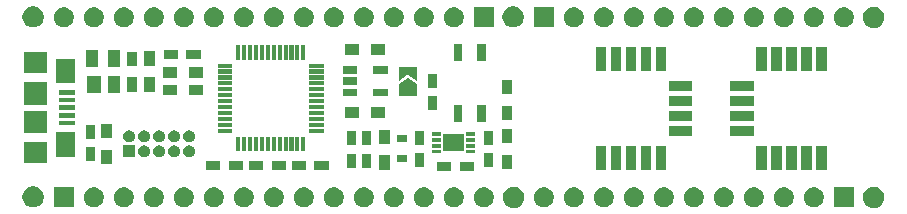
<source format=gts>
G04 #@! TF.GenerationSoftware,KiCad,Pcbnew,5.1.5*
G04 #@! TF.CreationDate,2020-09-28T17:35:44-04:00*
G04 #@! TF.ProjectId,NanoX,4e616e6f-582e-46b6-9963-61645f706362,rev?*
G04 #@! TF.SameCoordinates,Original*
G04 #@! TF.FileFunction,Soldermask,Top*
G04 #@! TF.FilePolarity,Negative*
%FSLAX46Y46*%
G04 Gerber Fmt 4.6, Leading zero omitted, Abs format (unit mm)*
G04 Created by KiCad (PCBNEW 5.1.5) date 2020-09-28 17:35:44*
%MOMM*%
%LPD*%
G04 APERTURE LIST*
%ADD10C,0.150000*%
G04 APERTURE END LIST*
D10*
G36*
X179053121Y-100378986D02*
G01*
X179216907Y-100446828D01*
X179216910Y-100446830D01*
X179364317Y-100545324D01*
X179489676Y-100670683D01*
X179588170Y-100818090D01*
X179588172Y-100818093D01*
X179656014Y-100981879D01*
X179690600Y-101155757D01*
X179690600Y-101333043D01*
X179656014Y-101506921D01*
X179588172Y-101670707D01*
X179588170Y-101670710D01*
X179489676Y-101818117D01*
X179364317Y-101943476D01*
X179283223Y-101997661D01*
X179216907Y-102041972D01*
X179053121Y-102109814D01*
X178879243Y-102144400D01*
X178701957Y-102144400D01*
X178528079Y-102109814D01*
X178364293Y-102041972D01*
X178297977Y-101997661D01*
X178216883Y-101943476D01*
X178091524Y-101818117D01*
X177993030Y-101670710D01*
X177993028Y-101670707D01*
X177925186Y-101506921D01*
X177890600Y-101333043D01*
X177890600Y-101155757D01*
X177925186Y-100981879D01*
X177993028Y-100818093D01*
X177993030Y-100818090D01*
X178091524Y-100670683D01*
X178216883Y-100545324D01*
X178364290Y-100446830D01*
X178364293Y-100446828D01*
X178528079Y-100378986D01*
X178701957Y-100344400D01*
X178879243Y-100344400D01*
X179053121Y-100378986D01*
G37*
G36*
X148573121Y-100378986D02*
G01*
X148736907Y-100446828D01*
X148736910Y-100446830D01*
X148884317Y-100545324D01*
X149009676Y-100670683D01*
X149108170Y-100818090D01*
X149108172Y-100818093D01*
X149176014Y-100981879D01*
X149210600Y-101155757D01*
X149210600Y-101333043D01*
X149176014Y-101506921D01*
X149108172Y-101670707D01*
X149108170Y-101670710D01*
X149009676Y-101818117D01*
X148884317Y-101943476D01*
X148803223Y-101997661D01*
X148736907Y-102041972D01*
X148573121Y-102109814D01*
X148399243Y-102144400D01*
X148221957Y-102144400D01*
X148048079Y-102109814D01*
X147884293Y-102041972D01*
X147817977Y-101997661D01*
X147736883Y-101943476D01*
X147611524Y-101818117D01*
X147513030Y-101670710D01*
X147513028Y-101670707D01*
X147445186Y-101506921D01*
X147410600Y-101333043D01*
X147410600Y-101155757D01*
X147445186Y-100981879D01*
X147513028Y-100818093D01*
X147513030Y-100818090D01*
X147611524Y-100670683D01*
X147736883Y-100545324D01*
X147884290Y-100446830D01*
X147884293Y-100446828D01*
X148048079Y-100378986D01*
X148221957Y-100344400D01*
X148399243Y-100344400D01*
X148573121Y-100378986D01*
G37*
G36*
X173958536Y-100427065D02*
G01*
X174113227Y-100491139D01*
X174252445Y-100584162D01*
X174370838Y-100702555D01*
X174463861Y-100841773D01*
X174527935Y-100996464D01*
X174560600Y-101160682D01*
X174560600Y-101328118D01*
X174527935Y-101492336D01*
X174463861Y-101647027D01*
X174370838Y-101786245D01*
X174252445Y-101904638D01*
X174113227Y-101997661D01*
X173958536Y-102061735D01*
X173794318Y-102094400D01*
X173626882Y-102094400D01*
X173462664Y-102061735D01*
X173307973Y-101997661D01*
X173168755Y-101904638D01*
X173050362Y-101786245D01*
X172957339Y-101647027D01*
X172893265Y-101492336D01*
X172860600Y-101328118D01*
X172860600Y-101160682D01*
X172893265Y-100996464D01*
X172957339Y-100841773D01*
X173050362Y-100702555D01*
X173168755Y-100584162D01*
X173307973Y-100491139D01*
X173462664Y-100427065D01*
X173626882Y-100394400D01*
X173794318Y-100394400D01*
X173958536Y-100427065D01*
G37*
G36*
X112998536Y-100427065D02*
G01*
X113153227Y-100491139D01*
X113292445Y-100584162D01*
X113410838Y-100702555D01*
X113503861Y-100841773D01*
X113567935Y-100996464D01*
X113600600Y-101160682D01*
X113600600Y-101328118D01*
X113567935Y-101492336D01*
X113503861Y-101647027D01*
X113410838Y-101786245D01*
X113292445Y-101904638D01*
X113153227Y-101997661D01*
X113005105Y-102059014D01*
X112998536Y-102061735D01*
X112834318Y-102094400D01*
X112666882Y-102094400D01*
X112502664Y-102061735D01*
X112496095Y-102059014D01*
X112347973Y-101997661D01*
X112208755Y-101904638D01*
X112090362Y-101786245D01*
X111997339Y-101647027D01*
X111933265Y-101492336D01*
X111900600Y-101328118D01*
X111900600Y-101160682D01*
X111933265Y-100996464D01*
X111997339Y-100841773D01*
X112090362Y-100702555D01*
X112208755Y-100584162D01*
X112347973Y-100491139D01*
X112502664Y-100427065D01*
X112666882Y-100394400D01*
X112834318Y-100394400D01*
X112998536Y-100427065D01*
G37*
G36*
X177100600Y-102094400D02*
G01*
X175400600Y-102094400D01*
X175400600Y-100394400D01*
X177100600Y-100394400D01*
X177100600Y-102094400D01*
G37*
G36*
X168878536Y-100427065D02*
G01*
X169033227Y-100491139D01*
X169172445Y-100584162D01*
X169290838Y-100702555D01*
X169383861Y-100841773D01*
X169447935Y-100996464D01*
X169480600Y-101160682D01*
X169480600Y-101328118D01*
X169447935Y-101492336D01*
X169383861Y-101647027D01*
X169290838Y-101786245D01*
X169172445Y-101904638D01*
X169033227Y-101997661D01*
X168885105Y-102059014D01*
X168878536Y-102061735D01*
X168714318Y-102094400D01*
X168546882Y-102094400D01*
X168382664Y-102061735D01*
X168376095Y-102059014D01*
X168227973Y-101997661D01*
X168088755Y-101904638D01*
X167970362Y-101786245D01*
X167877339Y-101647027D01*
X167813265Y-101492336D01*
X167780600Y-101328118D01*
X167780600Y-101160682D01*
X167813265Y-100996464D01*
X167877339Y-100841773D01*
X167970362Y-100702555D01*
X168088755Y-100584162D01*
X168227973Y-100491139D01*
X168382664Y-100427065D01*
X168546882Y-100394400D01*
X168714318Y-100394400D01*
X168878536Y-100427065D01*
G37*
G36*
X166338536Y-100427065D02*
G01*
X166493227Y-100491139D01*
X166632445Y-100584162D01*
X166750838Y-100702555D01*
X166843861Y-100841773D01*
X166907935Y-100996464D01*
X166940600Y-101160682D01*
X166940600Y-101328118D01*
X166907935Y-101492336D01*
X166843861Y-101647027D01*
X166750838Y-101786245D01*
X166632445Y-101904638D01*
X166493227Y-101997661D01*
X166345105Y-102059014D01*
X166338536Y-102061735D01*
X166174318Y-102094400D01*
X166006882Y-102094400D01*
X165842664Y-102061735D01*
X165836095Y-102059014D01*
X165687973Y-101997661D01*
X165548755Y-101904638D01*
X165430362Y-101786245D01*
X165337339Y-101647027D01*
X165273265Y-101492336D01*
X165240600Y-101328118D01*
X165240600Y-101160682D01*
X165273265Y-100996464D01*
X165337339Y-100841773D01*
X165430362Y-100702555D01*
X165548755Y-100584162D01*
X165687973Y-100491139D01*
X165842664Y-100427065D01*
X166006882Y-100394400D01*
X166174318Y-100394400D01*
X166338536Y-100427065D01*
G37*
G36*
X163798536Y-100427065D02*
G01*
X163953227Y-100491139D01*
X164092445Y-100584162D01*
X164210838Y-100702555D01*
X164303861Y-100841773D01*
X164367935Y-100996464D01*
X164400600Y-101160682D01*
X164400600Y-101328118D01*
X164367935Y-101492336D01*
X164303861Y-101647027D01*
X164210838Y-101786245D01*
X164092445Y-101904638D01*
X163953227Y-101997661D01*
X163805105Y-102059014D01*
X163798536Y-102061735D01*
X163634318Y-102094400D01*
X163466882Y-102094400D01*
X163302664Y-102061735D01*
X163296095Y-102059014D01*
X163147973Y-101997661D01*
X163008755Y-101904638D01*
X162890362Y-101786245D01*
X162797339Y-101647027D01*
X162733265Y-101492336D01*
X162700600Y-101328118D01*
X162700600Y-101160682D01*
X162733265Y-100996464D01*
X162797339Y-100841773D01*
X162890362Y-100702555D01*
X163008755Y-100584162D01*
X163147973Y-100491139D01*
X163302664Y-100427065D01*
X163466882Y-100394400D01*
X163634318Y-100394400D01*
X163798536Y-100427065D01*
G37*
G36*
X161258536Y-100427065D02*
G01*
X161413227Y-100491139D01*
X161552445Y-100584162D01*
X161670838Y-100702555D01*
X161763861Y-100841773D01*
X161827935Y-100996464D01*
X161860600Y-101160682D01*
X161860600Y-101328118D01*
X161827935Y-101492336D01*
X161763861Y-101647027D01*
X161670838Y-101786245D01*
X161552445Y-101904638D01*
X161413227Y-101997661D01*
X161265105Y-102059014D01*
X161258536Y-102061735D01*
X161094318Y-102094400D01*
X160926882Y-102094400D01*
X160762664Y-102061735D01*
X160756095Y-102059014D01*
X160607973Y-101997661D01*
X160468755Y-101904638D01*
X160350362Y-101786245D01*
X160257339Y-101647027D01*
X160193265Y-101492336D01*
X160160600Y-101328118D01*
X160160600Y-101160682D01*
X160193265Y-100996464D01*
X160257339Y-100841773D01*
X160350362Y-100702555D01*
X160468755Y-100584162D01*
X160607973Y-100491139D01*
X160762664Y-100427065D01*
X160926882Y-100394400D01*
X161094318Y-100394400D01*
X161258536Y-100427065D01*
G37*
G36*
X158718536Y-100427065D02*
G01*
X158873227Y-100491139D01*
X159012445Y-100584162D01*
X159130838Y-100702555D01*
X159223861Y-100841773D01*
X159287935Y-100996464D01*
X159320600Y-101160682D01*
X159320600Y-101328118D01*
X159287935Y-101492336D01*
X159223861Y-101647027D01*
X159130838Y-101786245D01*
X159012445Y-101904638D01*
X158873227Y-101997661D01*
X158725105Y-102059014D01*
X158718536Y-102061735D01*
X158554318Y-102094400D01*
X158386882Y-102094400D01*
X158222664Y-102061735D01*
X158216095Y-102059014D01*
X158067973Y-101997661D01*
X157928755Y-101904638D01*
X157810362Y-101786245D01*
X157717339Y-101647027D01*
X157653265Y-101492336D01*
X157620600Y-101328118D01*
X157620600Y-101160682D01*
X157653265Y-100996464D01*
X157717339Y-100841773D01*
X157810362Y-100702555D01*
X157928755Y-100584162D01*
X158067973Y-100491139D01*
X158222664Y-100427065D01*
X158386882Y-100394400D01*
X158554318Y-100394400D01*
X158718536Y-100427065D01*
G37*
G36*
X156178536Y-100427065D02*
G01*
X156333227Y-100491139D01*
X156472445Y-100584162D01*
X156590838Y-100702555D01*
X156683861Y-100841773D01*
X156747935Y-100996464D01*
X156780600Y-101160682D01*
X156780600Y-101328118D01*
X156747935Y-101492336D01*
X156683861Y-101647027D01*
X156590838Y-101786245D01*
X156472445Y-101904638D01*
X156333227Y-101997661D01*
X156185105Y-102059014D01*
X156178536Y-102061735D01*
X156014318Y-102094400D01*
X155846882Y-102094400D01*
X155682664Y-102061735D01*
X155676095Y-102059014D01*
X155527973Y-101997661D01*
X155388755Y-101904638D01*
X155270362Y-101786245D01*
X155177339Y-101647027D01*
X155113265Y-101492336D01*
X155080600Y-101328118D01*
X155080600Y-101160682D01*
X155113265Y-100996464D01*
X155177339Y-100841773D01*
X155270362Y-100702555D01*
X155388755Y-100584162D01*
X155527973Y-100491139D01*
X155682664Y-100427065D01*
X155846882Y-100394400D01*
X156014318Y-100394400D01*
X156178536Y-100427065D01*
G37*
G36*
X153638536Y-100427065D02*
G01*
X153793227Y-100491139D01*
X153932445Y-100584162D01*
X154050838Y-100702555D01*
X154143861Y-100841773D01*
X154207935Y-100996464D01*
X154240600Y-101160682D01*
X154240600Y-101328118D01*
X154207935Y-101492336D01*
X154143861Y-101647027D01*
X154050838Y-101786245D01*
X153932445Y-101904638D01*
X153793227Y-101997661D01*
X153645105Y-102059014D01*
X153638536Y-102061735D01*
X153474318Y-102094400D01*
X153306882Y-102094400D01*
X153142664Y-102061735D01*
X153136095Y-102059014D01*
X152987973Y-101997661D01*
X152848755Y-101904638D01*
X152730362Y-101786245D01*
X152637339Y-101647027D01*
X152573265Y-101492336D01*
X152540600Y-101328118D01*
X152540600Y-101160682D01*
X152573265Y-100996464D01*
X152637339Y-100841773D01*
X152730362Y-100702555D01*
X152848755Y-100584162D01*
X152987973Y-100491139D01*
X153142664Y-100427065D01*
X153306882Y-100394400D01*
X153474318Y-100394400D01*
X153638536Y-100427065D01*
G37*
G36*
X151098536Y-100427065D02*
G01*
X151253227Y-100491139D01*
X151392445Y-100584162D01*
X151510838Y-100702555D01*
X151603861Y-100841773D01*
X151667935Y-100996464D01*
X151700600Y-101160682D01*
X151700600Y-101328118D01*
X151667935Y-101492336D01*
X151603861Y-101647027D01*
X151510838Y-101786245D01*
X151392445Y-101904638D01*
X151253227Y-101997661D01*
X151105105Y-102059014D01*
X151098536Y-102061735D01*
X150934318Y-102094400D01*
X150766882Y-102094400D01*
X150602664Y-102061735D01*
X150596095Y-102059014D01*
X150447973Y-101997661D01*
X150308755Y-101904638D01*
X150190362Y-101786245D01*
X150097339Y-101647027D01*
X150033265Y-101492336D01*
X150000600Y-101328118D01*
X150000600Y-101160682D01*
X150033265Y-100996464D01*
X150097339Y-100841773D01*
X150190362Y-100702555D01*
X150308755Y-100584162D01*
X150447973Y-100491139D01*
X150602664Y-100427065D01*
X150766882Y-100394400D01*
X150934318Y-100394400D01*
X151098536Y-100427065D01*
G37*
G36*
X111060600Y-102094400D02*
G01*
X109360600Y-102094400D01*
X109360600Y-100394400D01*
X111060600Y-100394400D01*
X111060600Y-102094400D01*
G37*
G36*
X171418536Y-100427065D02*
G01*
X171573227Y-100491139D01*
X171712445Y-100584162D01*
X171830838Y-100702555D01*
X171923861Y-100841773D01*
X171987935Y-100996464D01*
X172020600Y-101160682D01*
X172020600Y-101328118D01*
X171987935Y-101492336D01*
X171923861Y-101647027D01*
X171830838Y-101786245D01*
X171712445Y-101904638D01*
X171573227Y-101997661D01*
X171418536Y-102061735D01*
X171254318Y-102094400D01*
X171086882Y-102094400D01*
X170922664Y-102061735D01*
X170767973Y-101997661D01*
X170628755Y-101904638D01*
X170510362Y-101786245D01*
X170417339Y-101647027D01*
X170353265Y-101492336D01*
X170320600Y-101328118D01*
X170320600Y-101160682D01*
X170353265Y-100996464D01*
X170417339Y-100841773D01*
X170510362Y-100702555D01*
X170628755Y-100584162D01*
X170767973Y-100491139D01*
X170922664Y-100427065D01*
X171086882Y-100394400D01*
X171254318Y-100394400D01*
X171418536Y-100427065D01*
G37*
G36*
X115538536Y-100427065D02*
G01*
X115693227Y-100491139D01*
X115832445Y-100584162D01*
X115950838Y-100702555D01*
X116043861Y-100841773D01*
X116107935Y-100996464D01*
X116140600Y-101160682D01*
X116140600Y-101328118D01*
X116107935Y-101492336D01*
X116043861Y-101647027D01*
X115950838Y-101786245D01*
X115832445Y-101904638D01*
X115693227Y-101997661D01*
X115545105Y-102059014D01*
X115538536Y-102061735D01*
X115374318Y-102094400D01*
X115206882Y-102094400D01*
X115042664Y-102061735D01*
X115036095Y-102059014D01*
X114887973Y-101997661D01*
X114748755Y-101904638D01*
X114630362Y-101786245D01*
X114537339Y-101647027D01*
X114473265Y-101492336D01*
X114440600Y-101328118D01*
X114440600Y-101160682D01*
X114473265Y-100996464D01*
X114537339Y-100841773D01*
X114630362Y-100702555D01*
X114748755Y-100584162D01*
X114887973Y-100491139D01*
X115042664Y-100427065D01*
X115206882Y-100394400D01*
X115374318Y-100394400D01*
X115538536Y-100427065D01*
G37*
G36*
X120618536Y-100427065D02*
G01*
X120773227Y-100491139D01*
X120912445Y-100584162D01*
X121030838Y-100702555D01*
X121123861Y-100841773D01*
X121187935Y-100996464D01*
X121220600Y-101160682D01*
X121220600Y-101328118D01*
X121187935Y-101492336D01*
X121123861Y-101647027D01*
X121030838Y-101786245D01*
X120912445Y-101904638D01*
X120773227Y-101997661D01*
X120625105Y-102059014D01*
X120618536Y-102061735D01*
X120454318Y-102094400D01*
X120286882Y-102094400D01*
X120122664Y-102061735D01*
X120116095Y-102059014D01*
X119967973Y-101997661D01*
X119828755Y-101904638D01*
X119710362Y-101786245D01*
X119617339Y-101647027D01*
X119553265Y-101492336D01*
X119520600Y-101328118D01*
X119520600Y-101160682D01*
X119553265Y-100996464D01*
X119617339Y-100841773D01*
X119710362Y-100702555D01*
X119828755Y-100584162D01*
X119967973Y-100491139D01*
X120122664Y-100427065D01*
X120286882Y-100394400D01*
X120454318Y-100394400D01*
X120618536Y-100427065D01*
G37*
G36*
X146018536Y-100427065D02*
G01*
X146173227Y-100491139D01*
X146312445Y-100584162D01*
X146430838Y-100702555D01*
X146523861Y-100841773D01*
X146587935Y-100996464D01*
X146620600Y-101160682D01*
X146620600Y-101328118D01*
X146587935Y-101492336D01*
X146523861Y-101647027D01*
X146430838Y-101786245D01*
X146312445Y-101904638D01*
X146173227Y-101997661D01*
X146025105Y-102059014D01*
X146018536Y-102061735D01*
X145854318Y-102094400D01*
X145686882Y-102094400D01*
X145522664Y-102061735D01*
X145516095Y-102059014D01*
X145367973Y-101997661D01*
X145228755Y-101904638D01*
X145110362Y-101786245D01*
X145017339Y-101647027D01*
X144953265Y-101492336D01*
X144920600Y-101328118D01*
X144920600Y-101160682D01*
X144953265Y-100996464D01*
X145017339Y-100841773D01*
X145110362Y-100702555D01*
X145228755Y-100584162D01*
X145367973Y-100491139D01*
X145522664Y-100427065D01*
X145686882Y-100394400D01*
X145854318Y-100394400D01*
X146018536Y-100427065D01*
G37*
G36*
X143478536Y-100427065D02*
G01*
X143633227Y-100491139D01*
X143772445Y-100584162D01*
X143890838Y-100702555D01*
X143983861Y-100841773D01*
X144047935Y-100996464D01*
X144080600Y-101160682D01*
X144080600Y-101328118D01*
X144047935Y-101492336D01*
X143983861Y-101647027D01*
X143890838Y-101786245D01*
X143772445Y-101904638D01*
X143633227Y-101997661D01*
X143485105Y-102059014D01*
X143478536Y-102061735D01*
X143314318Y-102094400D01*
X143146882Y-102094400D01*
X142982664Y-102061735D01*
X142976095Y-102059014D01*
X142827973Y-101997661D01*
X142688755Y-101904638D01*
X142570362Y-101786245D01*
X142477339Y-101647027D01*
X142413265Y-101492336D01*
X142380600Y-101328118D01*
X142380600Y-101160682D01*
X142413265Y-100996464D01*
X142477339Y-100841773D01*
X142570362Y-100702555D01*
X142688755Y-100584162D01*
X142827973Y-100491139D01*
X142982664Y-100427065D01*
X143146882Y-100394400D01*
X143314318Y-100394400D01*
X143478536Y-100427065D01*
G37*
G36*
X140938536Y-100427065D02*
G01*
X141093227Y-100491139D01*
X141232445Y-100584162D01*
X141350838Y-100702555D01*
X141443861Y-100841773D01*
X141507935Y-100996464D01*
X141540600Y-101160682D01*
X141540600Y-101328118D01*
X141507935Y-101492336D01*
X141443861Y-101647027D01*
X141350838Y-101786245D01*
X141232445Y-101904638D01*
X141093227Y-101997661D01*
X140945105Y-102059014D01*
X140938536Y-102061735D01*
X140774318Y-102094400D01*
X140606882Y-102094400D01*
X140442664Y-102061735D01*
X140436095Y-102059014D01*
X140287973Y-101997661D01*
X140148755Y-101904638D01*
X140030362Y-101786245D01*
X139937339Y-101647027D01*
X139873265Y-101492336D01*
X139840600Y-101328118D01*
X139840600Y-101160682D01*
X139873265Y-100996464D01*
X139937339Y-100841773D01*
X140030362Y-100702555D01*
X140148755Y-100584162D01*
X140287973Y-100491139D01*
X140442664Y-100427065D01*
X140606882Y-100394400D01*
X140774318Y-100394400D01*
X140938536Y-100427065D01*
G37*
G36*
X138398536Y-100427065D02*
G01*
X138553227Y-100491139D01*
X138692445Y-100584162D01*
X138810838Y-100702555D01*
X138903861Y-100841773D01*
X138967935Y-100996464D01*
X139000600Y-101160682D01*
X139000600Y-101328118D01*
X138967935Y-101492336D01*
X138903861Y-101647027D01*
X138810838Y-101786245D01*
X138692445Y-101904638D01*
X138553227Y-101997661D01*
X138405105Y-102059014D01*
X138398536Y-102061735D01*
X138234318Y-102094400D01*
X138066882Y-102094400D01*
X137902664Y-102061735D01*
X137896095Y-102059014D01*
X137747973Y-101997661D01*
X137608755Y-101904638D01*
X137490362Y-101786245D01*
X137397339Y-101647027D01*
X137333265Y-101492336D01*
X137300600Y-101328118D01*
X137300600Y-101160682D01*
X137333265Y-100996464D01*
X137397339Y-100841773D01*
X137490362Y-100702555D01*
X137608755Y-100584162D01*
X137747973Y-100491139D01*
X137902664Y-100427065D01*
X138066882Y-100394400D01*
X138234318Y-100394400D01*
X138398536Y-100427065D01*
G37*
G36*
X135858536Y-100427065D02*
G01*
X136013227Y-100491139D01*
X136152445Y-100584162D01*
X136270838Y-100702555D01*
X136363861Y-100841773D01*
X136427935Y-100996464D01*
X136460600Y-101160682D01*
X136460600Y-101328118D01*
X136427935Y-101492336D01*
X136363861Y-101647027D01*
X136270838Y-101786245D01*
X136152445Y-101904638D01*
X136013227Y-101997661D01*
X135865105Y-102059014D01*
X135858536Y-102061735D01*
X135694318Y-102094400D01*
X135526882Y-102094400D01*
X135362664Y-102061735D01*
X135356095Y-102059014D01*
X135207973Y-101997661D01*
X135068755Y-101904638D01*
X134950362Y-101786245D01*
X134857339Y-101647027D01*
X134793265Y-101492336D01*
X134760600Y-101328118D01*
X134760600Y-101160682D01*
X134793265Y-100996464D01*
X134857339Y-100841773D01*
X134950362Y-100702555D01*
X135068755Y-100584162D01*
X135207973Y-100491139D01*
X135362664Y-100427065D01*
X135526882Y-100394400D01*
X135694318Y-100394400D01*
X135858536Y-100427065D01*
G37*
G36*
X133318536Y-100427065D02*
G01*
X133473227Y-100491139D01*
X133612445Y-100584162D01*
X133730838Y-100702555D01*
X133823861Y-100841773D01*
X133887935Y-100996464D01*
X133920600Y-101160682D01*
X133920600Y-101328118D01*
X133887935Y-101492336D01*
X133823861Y-101647027D01*
X133730838Y-101786245D01*
X133612445Y-101904638D01*
X133473227Y-101997661D01*
X133325105Y-102059014D01*
X133318536Y-102061735D01*
X133154318Y-102094400D01*
X132986882Y-102094400D01*
X132822664Y-102061735D01*
X132816095Y-102059014D01*
X132667973Y-101997661D01*
X132528755Y-101904638D01*
X132410362Y-101786245D01*
X132317339Y-101647027D01*
X132253265Y-101492336D01*
X132220600Y-101328118D01*
X132220600Y-101160682D01*
X132253265Y-100996464D01*
X132317339Y-100841773D01*
X132410362Y-100702555D01*
X132528755Y-100584162D01*
X132667973Y-100491139D01*
X132822664Y-100427065D01*
X132986882Y-100394400D01*
X133154318Y-100394400D01*
X133318536Y-100427065D01*
G37*
G36*
X130778536Y-100427065D02*
G01*
X130933227Y-100491139D01*
X131072445Y-100584162D01*
X131190838Y-100702555D01*
X131283861Y-100841773D01*
X131347935Y-100996464D01*
X131380600Y-101160682D01*
X131380600Y-101328118D01*
X131347935Y-101492336D01*
X131283861Y-101647027D01*
X131190838Y-101786245D01*
X131072445Y-101904638D01*
X130933227Y-101997661D01*
X130785105Y-102059014D01*
X130778536Y-102061735D01*
X130614318Y-102094400D01*
X130446882Y-102094400D01*
X130282664Y-102061735D01*
X130276095Y-102059014D01*
X130127973Y-101997661D01*
X129988755Y-101904638D01*
X129870362Y-101786245D01*
X129777339Y-101647027D01*
X129713265Y-101492336D01*
X129680600Y-101328118D01*
X129680600Y-101160682D01*
X129713265Y-100996464D01*
X129777339Y-100841773D01*
X129870362Y-100702555D01*
X129988755Y-100584162D01*
X130127973Y-100491139D01*
X130282664Y-100427065D01*
X130446882Y-100394400D01*
X130614318Y-100394400D01*
X130778536Y-100427065D01*
G37*
G36*
X128238536Y-100427065D02*
G01*
X128393227Y-100491139D01*
X128532445Y-100584162D01*
X128650838Y-100702555D01*
X128743861Y-100841773D01*
X128807935Y-100996464D01*
X128840600Y-101160682D01*
X128840600Y-101328118D01*
X128807935Y-101492336D01*
X128743861Y-101647027D01*
X128650838Y-101786245D01*
X128532445Y-101904638D01*
X128393227Y-101997661D01*
X128245105Y-102059014D01*
X128238536Y-102061735D01*
X128074318Y-102094400D01*
X127906882Y-102094400D01*
X127742664Y-102061735D01*
X127736095Y-102059014D01*
X127587973Y-101997661D01*
X127448755Y-101904638D01*
X127330362Y-101786245D01*
X127237339Y-101647027D01*
X127173265Y-101492336D01*
X127140600Y-101328118D01*
X127140600Y-101160682D01*
X127173265Y-100996464D01*
X127237339Y-100841773D01*
X127330362Y-100702555D01*
X127448755Y-100584162D01*
X127587973Y-100491139D01*
X127742664Y-100427065D01*
X127906882Y-100394400D01*
X128074318Y-100394400D01*
X128238536Y-100427065D01*
G37*
G36*
X125698536Y-100427065D02*
G01*
X125853227Y-100491139D01*
X125992445Y-100584162D01*
X126110838Y-100702555D01*
X126203861Y-100841773D01*
X126267935Y-100996464D01*
X126300600Y-101160682D01*
X126300600Y-101328118D01*
X126267935Y-101492336D01*
X126203861Y-101647027D01*
X126110838Y-101786245D01*
X125992445Y-101904638D01*
X125853227Y-101997661D01*
X125705105Y-102059014D01*
X125698536Y-102061735D01*
X125534318Y-102094400D01*
X125366882Y-102094400D01*
X125202664Y-102061735D01*
X125196095Y-102059014D01*
X125047973Y-101997661D01*
X124908755Y-101904638D01*
X124790362Y-101786245D01*
X124697339Y-101647027D01*
X124633265Y-101492336D01*
X124600600Y-101328118D01*
X124600600Y-101160682D01*
X124633265Y-100996464D01*
X124697339Y-100841773D01*
X124790362Y-100702555D01*
X124908755Y-100584162D01*
X125047973Y-100491139D01*
X125202664Y-100427065D01*
X125366882Y-100394400D01*
X125534318Y-100394400D01*
X125698536Y-100427065D01*
G37*
G36*
X123158536Y-100427065D02*
G01*
X123313227Y-100491139D01*
X123452445Y-100584162D01*
X123570838Y-100702555D01*
X123663861Y-100841773D01*
X123727935Y-100996464D01*
X123760600Y-101160682D01*
X123760600Y-101328118D01*
X123727935Y-101492336D01*
X123663861Y-101647027D01*
X123570838Y-101786245D01*
X123452445Y-101904638D01*
X123313227Y-101997661D01*
X123165105Y-102059014D01*
X123158536Y-102061735D01*
X122994318Y-102094400D01*
X122826882Y-102094400D01*
X122662664Y-102061735D01*
X122656095Y-102059014D01*
X122507973Y-101997661D01*
X122368755Y-101904638D01*
X122250362Y-101786245D01*
X122157339Y-101647027D01*
X122093265Y-101492336D01*
X122060600Y-101328118D01*
X122060600Y-101160682D01*
X122093265Y-100996464D01*
X122157339Y-100841773D01*
X122250362Y-100702555D01*
X122368755Y-100584162D01*
X122507973Y-100491139D01*
X122662664Y-100427065D01*
X122826882Y-100394400D01*
X122994318Y-100394400D01*
X123158536Y-100427065D01*
G37*
G36*
X118078536Y-100427065D02*
G01*
X118233227Y-100491139D01*
X118372445Y-100584162D01*
X118490838Y-100702555D01*
X118583861Y-100841773D01*
X118647935Y-100996464D01*
X118680600Y-101160682D01*
X118680600Y-101328118D01*
X118647935Y-101492336D01*
X118583861Y-101647027D01*
X118490838Y-101786245D01*
X118372445Y-101904638D01*
X118233227Y-101997661D01*
X118085105Y-102059014D01*
X118078536Y-102061735D01*
X117914318Y-102094400D01*
X117746882Y-102094400D01*
X117582664Y-102061735D01*
X117576095Y-102059014D01*
X117427973Y-101997661D01*
X117288755Y-101904638D01*
X117170362Y-101786245D01*
X117077339Y-101647027D01*
X117013265Y-101492336D01*
X116980600Y-101328118D01*
X116980600Y-101160682D01*
X117013265Y-100996464D01*
X117077339Y-100841773D01*
X117170362Y-100702555D01*
X117288755Y-100584162D01*
X117427973Y-100491139D01*
X117582664Y-100427065D01*
X117746882Y-100394400D01*
X117914318Y-100394400D01*
X118078536Y-100427065D01*
G37*
G36*
X107882321Y-100328186D02*
G01*
X108046107Y-100396028D01*
X108046110Y-100396030D01*
X108193517Y-100494524D01*
X108318876Y-100619883D01*
X108374116Y-100702556D01*
X108417372Y-100767293D01*
X108485214Y-100931079D01*
X108519800Y-101104957D01*
X108519800Y-101282243D01*
X108485214Y-101456121D01*
X108417372Y-101619907D01*
X108417370Y-101619910D01*
X108318876Y-101767317D01*
X108193517Y-101892676D01*
X108117489Y-101943476D01*
X108046107Y-101991172D01*
X107882321Y-102059014D01*
X107708443Y-102093600D01*
X107531157Y-102093600D01*
X107357279Y-102059014D01*
X107193493Y-101991172D01*
X107122111Y-101943476D01*
X107046083Y-101892676D01*
X106920724Y-101767317D01*
X106822230Y-101619910D01*
X106822228Y-101619907D01*
X106754386Y-101456121D01*
X106719800Y-101282243D01*
X106719800Y-101104957D01*
X106754386Y-100931079D01*
X106822228Y-100767293D01*
X106865484Y-100702556D01*
X106920724Y-100619883D01*
X107046083Y-100494524D01*
X107193490Y-100396030D01*
X107193493Y-100396028D01*
X107357279Y-100328186D01*
X107531157Y-100293600D01*
X107708443Y-100293600D01*
X107882321Y-100328186D01*
G37*
G36*
X144933000Y-99028600D02*
G01*
X143733000Y-99028600D01*
X143733000Y-98278600D01*
X144933000Y-98278600D01*
X144933000Y-99028600D01*
G37*
G36*
X143033000Y-99028600D02*
G01*
X141833000Y-99028600D01*
X141833000Y-98278600D01*
X143033000Y-98278600D01*
X143033000Y-99028600D01*
G37*
G36*
X125364800Y-98927000D02*
G01*
X124164800Y-98927000D01*
X124164800Y-98177000D01*
X125364800Y-98177000D01*
X125364800Y-98927000D01*
G37*
G36*
X129007200Y-98927000D02*
G01*
X127807200Y-98927000D01*
X127807200Y-98177000D01*
X129007200Y-98177000D01*
X129007200Y-98927000D01*
G37*
G36*
X132639400Y-98927000D02*
G01*
X131439400Y-98927000D01*
X131439400Y-98177000D01*
X132639400Y-98177000D01*
X132639400Y-98927000D01*
G37*
G36*
X123464800Y-98927000D02*
G01*
X122264800Y-98927000D01*
X122264800Y-98177000D01*
X123464800Y-98177000D01*
X123464800Y-98927000D01*
G37*
G36*
X127107200Y-98927000D02*
G01*
X125907200Y-98927000D01*
X125907200Y-98177000D01*
X127107200Y-98177000D01*
X127107200Y-98927000D01*
G37*
G36*
X130739400Y-98927000D02*
G01*
X129539400Y-98927000D01*
X129539400Y-98177000D01*
X130739400Y-98177000D01*
X130739400Y-98927000D01*
G37*
G36*
X173551000Y-98917000D02*
G01*
X172651000Y-98917000D01*
X172651000Y-96917000D01*
X173551000Y-96917000D01*
X173551000Y-98917000D01*
G37*
G36*
X169741000Y-98917000D02*
G01*
X168841000Y-98917000D01*
X168841000Y-96917000D01*
X169741000Y-96917000D01*
X169741000Y-98917000D01*
G37*
G36*
X174821000Y-98917000D02*
G01*
X173921000Y-98917000D01*
X173921000Y-96917000D01*
X174821000Y-96917000D01*
X174821000Y-98917000D01*
G37*
G36*
X172281000Y-98917000D02*
G01*
X171381000Y-98917000D01*
X171381000Y-96917000D01*
X172281000Y-96917000D01*
X172281000Y-98917000D01*
G37*
G36*
X171011000Y-98917000D02*
G01*
X170111000Y-98917000D01*
X170111000Y-96917000D01*
X171011000Y-96917000D01*
X171011000Y-98917000D01*
G37*
G36*
X158692000Y-98917000D02*
G01*
X157792000Y-98917000D01*
X157792000Y-96917000D01*
X158692000Y-96917000D01*
X158692000Y-98917000D01*
G37*
G36*
X159962000Y-98917000D02*
G01*
X159062000Y-98917000D01*
X159062000Y-96917000D01*
X159962000Y-96917000D01*
X159962000Y-98917000D01*
G37*
G36*
X161232000Y-98917000D02*
G01*
X160332000Y-98917000D01*
X160332000Y-96917000D01*
X161232000Y-96917000D01*
X161232000Y-98917000D01*
G37*
G36*
X157422000Y-98917000D02*
G01*
X156522000Y-98917000D01*
X156522000Y-96917000D01*
X157422000Y-96917000D01*
X157422000Y-98917000D01*
G37*
G36*
X156152000Y-98917000D02*
G01*
X155252000Y-98917000D01*
X155252000Y-96917000D01*
X156152000Y-96917000D01*
X156152000Y-98917000D01*
G37*
G36*
X137813200Y-98898000D02*
G01*
X136913200Y-98898000D01*
X136913200Y-97698000D01*
X137813200Y-97698000D01*
X137813200Y-98898000D01*
G37*
G36*
X148201800Y-98862800D02*
G01*
X147301800Y-98862800D01*
X147301800Y-97662800D01*
X148201800Y-97662800D01*
X148201800Y-98862800D01*
G37*
G36*
X134918800Y-98730400D02*
G01*
X134168800Y-98730400D01*
X134168800Y-97530400D01*
X134918800Y-97530400D01*
X134918800Y-98730400D01*
G37*
G36*
X136239600Y-98730000D02*
G01*
X135489600Y-98730000D01*
X135489600Y-97530000D01*
X136239600Y-97530000D01*
X136239600Y-98730000D01*
G37*
G36*
X140735400Y-98694800D02*
G01*
X139985400Y-98694800D01*
X139985400Y-97494800D01*
X140735400Y-97494800D01*
X140735400Y-98694800D01*
G37*
G36*
X146577400Y-98689800D02*
G01*
X145827400Y-98689800D01*
X145827400Y-97489800D01*
X146577400Y-97489800D01*
X146577400Y-98689800D01*
G37*
G36*
X114292800Y-98397800D02*
G01*
X113392800Y-98397800D01*
X113392800Y-97197800D01*
X114292800Y-97197800D01*
X114292800Y-98397800D01*
G37*
G36*
X108773000Y-98349800D02*
G01*
X106873000Y-98349800D01*
X106873000Y-96549800D01*
X108773000Y-96549800D01*
X108773000Y-98349800D01*
G37*
G36*
X139261800Y-98242400D02*
G01*
X138461800Y-98242400D01*
X138461800Y-97642400D01*
X139261800Y-97642400D01*
X139261800Y-98242400D01*
G37*
G36*
X112820800Y-98197000D02*
G01*
X112070800Y-98197000D01*
X112070800Y-96997000D01*
X112820800Y-96997000D01*
X112820800Y-98197000D01*
G37*
G36*
X117163645Y-96852015D02*
G01*
X117254636Y-96889704D01*
X117336535Y-96944428D01*
X117406172Y-97014065D01*
X117460896Y-97095964D01*
X117498585Y-97186955D01*
X117517800Y-97283554D01*
X117517800Y-97382046D01*
X117498585Y-97478645D01*
X117460896Y-97569636D01*
X117406172Y-97651535D01*
X117336535Y-97721172D01*
X117254636Y-97775896D01*
X117163645Y-97813585D01*
X117067046Y-97832800D01*
X116968554Y-97832800D01*
X116871955Y-97813585D01*
X116780964Y-97775896D01*
X116699065Y-97721172D01*
X116629428Y-97651535D01*
X116574704Y-97569636D01*
X116537015Y-97478645D01*
X116517800Y-97382046D01*
X116517800Y-97283554D01*
X116537015Y-97186955D01*
X116574704Y-97095964D01*
X116629428Y-97014065D01*
X116699065Y-96944428D01*
X116780964Y-96889704D01*
X116871955Y-96852015D01*
X116968554Y-96832800D01*
X117067046Y-96832800D01*
X117163645Y-96852015D01*
G37*
G36*
X119703645Y-96852015D02*
G01*
X119794636Y-96889704D01*
X119876535Y-96944428D01*
X119946172Y-97014065D01*
X120000896Y-97095964D01*
X120038585Y-97186955D01*
X120057800Y-97283554D01*
X120057800Y-97382046D01*
X120038585Y-97478645D01*
X120000896Y-97569636D01*
X119946172Y-97651535D01*
X119876535Y-97721172D01*
X119794636Y-97775896D01*
X119703645Y-97813585D01*
X119607046Y-97832800D01*
X119508554Y-97832800D01*
X119411955Y-97813585D01*
X119320964Y-97775896D01*
X119239065Y-97721172D01*
X119169428Y-97651535D01*
X119114704Y-97569636D01*
X119077015Y-97478645D01*
X119057800Y-97382046D01*
X119057800Y-97283554D01*
X119077015Y-97186955D01*
X119114704Y-97095964D01*
X119169428Y-97014065D01*
X119239065Y-96944428D01*
X119320964Y-96889704D01*
X119411955Y-96852015D01*
X119508554Y-96832800D01*
X119607046Y-96832800D01*
X119703645Y-96852015D01*
G37*
G36*
X116247800Y-97832800D02*
G01*
X115247800Y-97832800D01*
X115247800Y-96832800D01*
X116247800Y-96832800D01*
X116247800Y-97832800D01*
G37*
G36*
X120973645Y-96852015D02*
G01*
X121064636Y-96889704D01*
X121146535Y-96944428D01*
X121216172Y-97014065D01*
X121270896Y-97095964D01*
X121308585Y-97186955D01*
X121327800Y-97283554D01*
X121327800Y-97382046D01*
X121308585Y-97478645D01*
X121270896Y-97569636D01*
X121216172Y-97651535D01*
X121146535Y-97721172D01*
X121064636Y-97775896D01*
X120973645Y-97813585D01*
X120877046Y-97832800D01*
X120778554Y-97832800D01*
X120681955Y-97813585D01*
X120590964Y-97775896D01*
X120509065Y-97721172D01*
X120439428Y-97651535D01*
X120384704Y-97569636D01*
X120347015Y-97478645D01*
X120327800Y-97382046D01*
X120327800Y-97283554D01*
X120347015Y-97186955D01*
X120384704Y-97095964D01*
X120439428Y-97014065D01*
X120509065Y-96944428D01*
X120590964Y-96889704D01*
X120681955Y-96852015D01*
X120778554Y-96832800D01*
X120877046Y-96832800D01*
X120973645Y-96852015D01*
G37*
G36*
X118433645Y-96852015D02*
G01*
X118524636Y-96889704D01*
X118606535Y-96944428D01*
X118676172Y-97014065D01*
X118730896Y-97095964D01*
X118768585Y-97186955D01*
X118787800Y-97283554D01*
X118787800Y-97382046D01*
X118768585Y-97478645D01*
X118730896Y-97569636D01*
X118676172Y-97651535D01*
X118606535Y-97721172D01*
X118524636Y-97775896D01*
X118433645Y-97813585D01*
X118337046Y-97832800D01*
X118238554Y-97832800D01*
X118141955Y-97813585D01*
X118050964Y-97775896D01*
X117969065Y-97721172D01*
X117899428Y-97651535D01*
X117844704Y-97569636D01*
X117807015Y-97478645D01*
X117787800Y-97382046D01*
X117787800Y-97283554D01*
X117807015Y-97186955D01*
X117844704Y-97095964D01*
X117899428Y-97014065D01*
X117969065Y-96944428D01*
X118050964Y-96889704D01*
X118141955Y-96852015D01*
X118238554Y-96832800D01*
X118337046Y-96832800D01*
X118433645Y-96852015D01*
G37*
G36*
X111173000Y-97799800D02*
G01*
X109573000Y-97799800D01*
X109573000Y-95699800D01*
X111173000Y-95699800D01*
X111173000Y-97799800D01*
G37*
G36*
X145030200Y-97521600D02*
G01*
X144280200Y-97521600D01*
X144280200Y-97221600D01*
X145030200Y-97221600D01*
X145030200Y-97521600D01*
G37*
G36*
X142130200Y-97521600D02*
G01*
X141380200Y-97521600D01*
X141380200Y-97221600D01*
X142130200Y-97221600D01*
X142130200Y-97521600D01*
G37*
G36*
X144080200Y-97346600D02*
G01*
X142330200Y-97346600D01*
X142330200Y-95896600D01*
X144080200Y-95896600D01*
X144080200Y-97346600D01*
G37*
G36*
X126672800Y-97339600D02*
G01*
X126322800Y-97339600D01*
X126322800Y-96089600D01*
X126672800Y-96089600D01*
X126672800Y-97339600D01*
G37*
G36*
X128172800Y-97339600D02*
G01*
X127822800Y-97339600D01*
X127822800Y-96089600D01*
X128172800Y-96089600D01*
X128172800Y-97339600D01*
G37*
G36*
X127672800Y-97339600D02*
G01*
X127322800Y-97339600D01*
X127322800Y-96089600D01*
X127672800Y-96089600D01*
X127672800Y-97339600D01*
G37*
G36*
X127172800Y-97339600D02*
G01*
X126822800Y-97339600D01*
X126822800Y-96089600D01*
X127172800Y-96089600D01*
X127172800Y-97339600D01*
G37*
G36*
X126172800Y-97339600D02*
G01*
X125822800Y-97339600D01*
X125822800Y-96089600D01*
X126172800Y-96089600D01*
X126172800Y-97339600D01*
G37*
G36*
X129172800Y-97339600D02*
G01*
X128822800Y-97339600D01*
X128822800Y-96089600D01*
X129172800Y-96089600D01*
X129172800Y-97339600D01*
G37*
G36*
X130172800Y-97339600D02*
G01*
X129822800Y-97339600D01*
X129822800Y-96089600D01*
X130172800Y-96089600D01*
X130172800Y-97339600D01*
G37*
G36*
X128672800Y-97339600D02*
G01*
X128322800Y-97339600D01*
X128322800Y-96089600D01*
X128672800Y-96089600D01*
X128672800Y-97339600D01*
G37*
G36*
X125672800Y-97339600D02*
G01*
X125322800Y-97339600D01*
X125322800Y-96089600D01*
X125672800Y-96089600D01*
X125672800Y-97339600D01*
G37*
G36*
X125172800Y-97339600D02*
G01*
X124822800Y-97339600D01*
X124822800Y-96089600D01*
X125172800Y-96089600D01*
X125172800Y-97339600D01*
G37*
G36*
X130672800Y-97339600D02*
G01*
X130322800Y-97339600D01*
X130322800Y-96089600D01*
X130672800Y-96089600D01*
X130672800Y-97339600D01*
G37*
G36*
X129672800Y-97339600D02*
G01*
X129322800Y-97339600D01*
X129322800Y-96089600D01*
X129672800Y-96089600D01*
X129672800Y-97339600D01*
G37*
G36*
X145030200Y-97021600D02*
G01*
X144280200Y-97021600D01*
X144280200Y-96721600D01*
X145030200Y-96721600D01*
X145030200Y-97021600D01*
G37*
G36*
X142130200Y-97021600D02*
G01*
X141380200Y-97021600D01*
X141380200Y-96721600D01*
X142130200Y-96721600D01*
X142130200Y-97021600D01*
G37*
G36*
X134918800Y-96830400D02*
G01*
X134168800Y-96830400D01*
X134168800Y-95630400D01*
X134918800Y-95630400D01*
X134918800Y-96830400D01*
G37*
G36*
X136239600Y-96830000D02*
G01*
X135489600Y-96830000D01*
X135489600Y-95630000D01*
X136239600Y-95630000D01*
X136239600Y-96830000D01*
G37*
G36*
X140735400Y-96794800D02*
G01*
X139985400Y-96794800D01*
X139985400Y-95594800D01*
X140735400Y-95594800D01*
X140735400Y-96794800D01*
G37*
G36*
X146577400Y-96789800D02*
G01*
X145827400Y-96789800D01*
X145827400Y-95589800D01*
X146577400Y-95589800D01*
X146577400Y-96789800D01*
G37*
G36*
X137813200Y-96698000D02*
G01*
X136913200Y-96698000D01*
X136913200Y-95498000D01*
X137813200Y-95498000D01*
X137813200Y-96698000D01*
G37*
G36*
X148201800Y-96662800D02*
G01*
X147301800Y-96662800D01*
X147301800Y-95462800D01*
X148201800Y-95462800D01*
X148201800Y-96662800D01*
G37*
G36*
X119703645Y-95582015D02*
G01*
X119794636Y-95619704D01*
X119794639Y-95619706D01*
X119810644Y-95630400D01*
X119876535Y-95674428D01*
X119946172Y-95744065D01*
X119946174Y-95744068D01*
X119946175Y-95744069D01*
X119983414Y-95799800D01*
X120000896Y-95825964D01*
X120038585Y-95916955D01*
X120057800Y-96013554D01*
X120057800Y-96112046D01*
X120038585Y-96208645D01*
X120000896Y-96299636D01*
X119946172Y-96381535D01*
X119876535Y-96451172D01*
X119794636Y-96505896D01*
X119703645Y-96543585D01*
X119607046Y-96562800D01*
X119508554Y-96562800D01*
X119411955Y-96543585D01*
X119320964Y-96505896D01*
X119239065Y-96451172D01*
X119169428Y-96381535D01*
X119114704Y-96299636D01*
X119077015Y-96208645D01*
X119057800Y-96112046D01*
X119057800Y-96013554D01*
X119077015Y-95916955D01*
X119114704Y-95825964D01*
X119132186Y-95799800D01*
X119169425Y-95744069D01*
X119169426Y-95744068D01*
X119169428Y-95744065D01*
X119239065Y-95674428D01*
X119304957Y-95630400D01*
X119320961Y-95619706D01*
X119320964Y-95619704D01*
X119411955Y-95582015D01*
X119508554Y-95562800D01*
X119607046Y-95562800D01*
X119703645Y-95582015D01*
G37*
G36*
X118433645Y-95582015D02*
G01*
X118524636Y-95619704D01*
X118524639Y-95619706D01*
X118540644Y-95630400D01*
X118606535Y-95674428D01*
X118676172Y-95744065D01*
X118676174Y-95744068D01*
X118676175Y-95744069D01*
X118713414Y-95799800D01*
X118730896Y-95825964D01*
X118768585Y-95916955D01*
X118787800Y-96013554D01*
X118787800Y-96112046D01*
X118768585Y-96208645D01*
X118730896Y-96299636D01*
X118676172Y-96381535D01*
X118606535Y-96451172D01*
X118524636Y-96505896D01*
X118433645Y-96543585D01*
X118337046Y-96562800D01*
X118238554Y-96562800D01*
X118141955Y-96543585D01*
X118050964Y-96505896D01*
X117969065Y-96451172D01*
X117899428Y-96381535D01*
X117844704Y-96299636D01*
X117807015Y-96208645D01*
X117787800Y-96112046D01*
X117787800Y-96013554D01*
X117807015Y-95916955D01*
X117844704Y-95825964D01*
X117862186Y-95799800D01*
X117899425Y-95744069D01*
X117899426Y-95744068D01*
X117899428Y-95744065D01*
X117969065Y-95674428D01*
X118034957Y-95630400D01*
X118050961Y-95619706D01*
X118050964Y-95619704D01*
X118141955Y-95582015D01*
X118238554Y-95562800D01*
X118337046Y-95562800D01*
X118433645Y-95582015D01*
G37*
G36*
X117163645Y-95582015D02*
G01*
X117254636Y-95619704D01*
X117254639Y-95619706D01*
X117270644Y-95630400D01*
X117336535Y-95674428D01*
X117406172Y-95744065D01*
X117406174Y-95744068D01*
X117406175Y-95744069D01*
X117443414Y-95799800D01*
X117460896Y-95825964D01*
X117498585Y-95916955D01*
X117517800Y-96013554D01*
X117517800Y-96112046D01*
X117498585Y-96208645D01*
X117460896Y-96299636D01*
X117406172Y-96381535D01*
X117336535Y-96451172D01*
X117254636Y-96505896D01*
X117163645Y-96543585D01*
X117067046Y-96562800D01*
X116968554Y-96562800D01*
X116871955Y-96543585D01*
X116780964Y-96505896D01*
X116699065Y-96451172D01*
X116629428Y-96381535D01*
X116574704Y-96299636D01*
X116537015Y-96208645D01*
X116517800Y-96112046D01*
X116517800Y-96013554D01*
X116537015Y-95916955D01*
X116574704Y-95825964D01*
X116592186Y-95799800D01*
X116629425Y-95744069D01*
X116629426Y-95744068D01*
X116629428Y-95744065D01*
X116699065Y-95674428D01*
X116764957Y-95630400D01*
X116780961Y-95619706D01*
X116780964Y-95619704D01*
X116871955Y-95582015D01*
X116968554Y-95562800D01*
X117067046Y-95562800D01*
X117163645Y-95582015D01*
G37*
G36*
X120973645Y-95582015D02*
G01*
X121064636Y-95619704D01*
X121064639Y-95619706D01*
X121080644Y-95630400D01*
X121146535Y-95674428D01*
X121216172Y-95744065D01*
X121216174Y-95744068D01*
X121216175Y-95744069D01*
X121253414Y-95799800D01*
X121270896Y-95825964D01*
X121308585Y-95916955D01*
X121327800Y-96013554D01*
X121327800Y-96112046D01*
X121308585Y-96208645D01*
X121270896Y-96299636D01*
X121216172Y-96381535D01*
X121146535Y-96451172D01*
X121064636Y-96505896D01*
X120976506Y-96542400D01*
X120973645Y-96543585D01*
X120877046Y-96562800D01*
X120778554Y-96562800D01*
X120681955Y-96543585D01*
X120679094Y-96542400D01*
X120590964Y-96505896D01*
X120509065Y-96451172D01*
X120439428Y-96381535D01*
X120384704Y-96299636D01*
X120347015Y-96208645D01*
X120327800Y-96112046D01*
X120327800Y-96013554D01*
X120347015Y-95916955D01*
X120384704Y-95825964D01*
X120402186Y-95799800D01*
X120439425Y-95744069D01*
X120439426Y-95744068D01*
X120439428Y-95744065D01*
X120509065Y-95674428D01*
X120574957Y-95630400D01*
X120590961Y-95619706D01*
X120590964Y-95619704D01*
X120681955Y-95582015D01*
X120778554Y-95562800D01*
X120877046Y-95562800D01*
X120973645Y-95582015D01*
G37*
G36*
X115893645Y-95582015D02*
G01*
X115984636Y-95619704D01*
X115984639Y-95619706D01*
X116000644Y-95630400D01*
X116066535Y-95674428D01*
X116136172Y-95744065D01*
X116136174Y-95744068D01*
X116136175Y-95744069D01*
X116173414Y-95799800D01*
X116190896Y-95825964D01*
X116228585Y-95916955D01*
X116247800Y-96013554D01*
X116247800Y-96112046D01*
X116228585Y-96208645D01*
X116190896Y-96299636D01*
X116136172Y-96381535D01*
X116066535Y-96451172D01*
X115984636Y-96505896D01*
X115893645Y-96543585D01*
X115797046Y-96562800D01*
X115698554Y-96562800D01*
X115601955Y-96543585D01*
X115510964Y-96505896D01*
X115429065Y-96451172D01*
X115359428Y-96381535D01*
X115304704Y-96299636D01*
X115267015Y-96208645D01*
X115247800Y-96112046D01*
X115247800Y-96013554D01*
X115267015Y-95916955D01*
X115304704Y-95825964D01*
X115322186Y-95799800D01*
X115359425Y-95744069D01*
X115359426Y-95744068D01*
X115359428Y-95744065D01*
X115429065Y-95674428D01*
X115494957Y-95630400D01*
X115510961Y-95619706D01*
X115510964Y-95619704D01*
X115601955Y-95582015D01*
X115698554Y-95562800D01*
X115797046Y-95562800D01*
X115893645Y-95582015D01*
G37*
G36*
X139261800Y-96542400D02*
G01*
X138461800Y-96542400D01*
X138461800Y-95942400D01*
X139261800Y-95942400D01*
X139261800Y-96542400D01*
G37*
G36*
X145030200Y-96521600D02*
G01*
X144280200Y-96521600D01*
X144280200Y-96221600D01*
X145030200Y-96221600D01*
X145030200Y-96521600D01*
G37*
G36*
X142130200Y-96521600D02*
G01*
X141380200Y-96521600D01*
X141380200Y-96221600D01*
X142130200Y-96221600D01*
X142130200Y-96521600D01*
G37*
G36*
X112820800Y-96297000D02*
G01*
X112070800Y-96297000D01*
X112070800Y-95097000D01*
X112820800Y-95097000D01*
X112820800Y-96297000D01*
G37*
G36*
X114292800Y-96197800D02*
G01*
X113392800Y-96197800D01*
X113392800Y-94997800D01*
X114292800Y-94997800D01*
X114292800Y-96197800D01*
G37*
G36*
X168640000Y-96081000D02*
G01*
X166640000Y-96081000D01*
X166640000Y-95181000D01*
X168640000Y-95181000D01*
X168640000Y-96081000D01*
G37*
G36*
X163433000Y-96081000D02*
G01*
X161433000Y-96081000D01*
X161433000Y-95181000D01*
X163433000Y-95181000D01*
X163433000Y-96081000D01*
G37*
G36*
X145030200Y-96021600D02*
G01*
X144280200Y-96021600D01*
X144280200Y-95721600D01*
X145030200Y-95721600D01*
X145030200Y-96021600D01*
G37*
G36*
X142130200Y-96021600D02*
G01*
X141380200Y-96021600D01*
X141380200Y-95721600D01*
X142130200Y-95721600D01*
X142130200Y-96021600D01*
G37*
G36*
X108773000Y-95799800D02*
G01*
X106873000Y-95799800D01*
X106873000Y-93899800D01*
X108773000Y-93899800D01*
X108773000Y-95799800D01*
G37*
G36*
X132247800Y-95764600D02*
G01*
X130997800Y-95764600D01*
X130997800Y-95414600D01*
X132247800Y-95414600D01*
X132247800Y-95764600D01*
G37*
G36*
X124497800Y-95764600D02*
G01*
X123247800Y-95764600D01*
X123247800Y-95414600D01*
X124497800Y-95414600D01*
X124497800Y-95764600D01*
G37*
G36*
X124497800Y-95264600D02*
G01*
X123247800Y-95264600D01*
X123247800Y-94914600D01*
X124497800Y-94914600D01*
X124497800Y-95264600D01*
G37*
G36*
X132247800Y-95264600D02*
G01*
X130997800Y-95264600D01*
X130997800Y-94914600D01*
X132247800Y-94914600D01*
X132247800Y-95264600D01*
G37*
G36*
X111173000Y-95149800D02*
G01*
X109823000Y-95149800D01*
X109823000Y-94749800D01*
X111173000Y-94749800D01*
X111173000Y-95149800D01*
G37*
G36*
X145926800Y-94872000D02*
G01*
X145226800Y-94872000D01*
X145226800Y-93422000D01*
X145926800Y-93422000D01*
X145926800Y-94872000D01*
G37*
G36*
X143926800Y-94872000D02*
G01*
X143226800Y-94872000D01*
X143226800Y-93422000D01*
X143926800Y-93422000D01*
X143926800Y-94872000D01*
G37*
G36*
X163433000Y-94811000D02*
G01*
X161433000Y-94811000D01*
X161433000Y-93911000D01*
X163433000Y-93911000D01*
X163433000Y-94811000D01*
G37*
G36*
X168640000Y-94811000D02*
G01*
X166640000Y-94811000D01*
X166640000Y-93911000D01*
X168640000Y-93911000D01*
X168640000Y-94811000D01*
G37*
G36*
X132247800Y-94764600D02*
G01*
X130997800Y-94764600D01*
X130997800Y-94414600D01*
X132247800Y-94414600D01*
X132247800Y-94764600D01*
G37*
G36*
X124497800Y-94764600D02*
G01*
X123247800Y-94764600D01*
X123247800Y-94414600D01*
X124497800Y-94414600D01*
X124497800Y-94764600D01*
G37*
G36*
X148201800Y-94689400D02*
G01*
X147301800Y-94689400D01*
X147301800Y-93489400D01*
X148201800Y-93489400D01*
X148201800Y-94689400D01*
G37*
G36*
X137394600Y-94506200D02*
G01*
X136194600Y-94506200D01*
X136194600Y-93606200D01*
X137394600Y-93606200D01*
X137394600Y-94506200D01*
G37*
G36*
X135194600Y-94506200D02*
G01*
X133994600Y-94506200D01*
X133994600Y-93606200D01*
X135194600Y-93606200D01*
X135194600Y-94506200D01*
G37*
G36*
X111173000Y-94499800D02*
G01*
X109823000Y-94499800D01*
X109823000Y-94099800D01*
X111173000Y-94099800D01*
X111173000Y-94499800D01*
G37*
G36*
X132247800Y-94264600D02*
G01*
X130997800Y-94264600D01*
X130997800Y-93914600D01*
X132247800Y-93914600D01*
X132247800Y-94264600D01*
G37*
G36*
X124497800Y-94264600D02*
G01*
X123247800Y-94264600D01*
X123247800Y-93914600D01*
X124497800Y-93914600D01*
X124497800Y-94264600D01*
G37*
G36*
X141776800Y-93868800D02*
G01*
X141026800Y-93868800D01*
X141026800Y-92668800D01*
X141776800Y-92668800D01*
X141776800Y-93868800D01*
G37*
G36*
X111173000Y-93849800D02*
G01*
X109823000Y-93849800D01*
X109823000Y-93449800D01*
X111173000Y-93449800D01*
X111173000Y-93849800D01*
G37*
G36*
X124497800Y-93764600D02*
G01*
X123247800Y-93764600D01*
X123247800Y-93414600D01*
X124497800Y-93414600D01*
X124497800Y-93764600D01*
G37*
G36*
X132247800Y-93764600D02*
G01*
X130997800Y-93764600D01*
X130997800Y-93414600D01*
X132247800Y-93414600D01*
X132247800Y-93764600D01*
G37*
G36*
X168640000Y-93541000D02*
G01*
X166640000Y-93541000D01*
X166640000Y-92641000D01*
X168640000Y-92641000D01*
X168640000Y-93541000D01*
G37*
G36*
X163433000Y-93541000D02*
G01*
X161433000Y-93541000D01*
X161433000Y-92641000D01*
X163433000Y-92641000D01*
X163433000Y-93541000D01*
G37*
G36*
X108773000Y-93399800D02*
G01*
X106873000Y-93399800D01*
X106873000Y-91499800D01*
X108773000Y-91499800D01*
X108773000Y-93399800D01*
G37*
G36*
X124497800Y-93264600D02*
G01*
X123247800Y-93264600D01*
X123247800Y-92914600D01*
X124497800Y-92914600D01*
X124497800Y-93264600D01*
G37*
G36*
X132247800Y-93264600D02*
G01*
X130997800Y-93264600D01*
X130997800Y-92914600D01*
X132247800Y-92914600D01*
X132247800Y-93264600D01*
G37*
G36*
X111173000Y-93199800D02*
G01*
X109823000Y-93199800D01*
X109823000Y-92799800D01*
X111173000Y-92799800D01*
X111173000Y-93199800D01*
G37*
G36*
X124497800Y-92764600D02*
G01*
X123247800Y-92764600D01*
X123247800Y-92414600D01*
X124497800Y-92414600D01*
X124497800Y-92764600D01*
G37*
G36*
X132247800Y-92764600D02*
G01*
X130997800Y-92764600D01*
X130997800Y-92414600D01*
X132247800Y-92414600D01*
X132247800Y-92764600D01*
G37*
G36*
X137657600Y-92689600D02*
G01*
X136437600Y-92689600D01*
X136437600Y-92039600D01*
X137657600Y-92039600D01*
X137657600Y-92689600D01*
G37*
G36*
X135037600Y-92689600D02*
G01*
X133817600Y-92689600D01*
X133817600Y-92039600D01*
X135037600Y-92039600D01*
X135037600Y-92689600D01*
G37*
G36*
X139344401Y-91165001D02*
G01*
X139344429Y-91165009D01*
X139346591Y-91166165D01*
X140092460Y-91663410D01*
X140094397Y-91664997D01*
X140094397Y-91664998D01*
X140094400Y-91665000D01*
X140094400Y-91665027D01*
X140094646Y-91667509D01*
X140094646Y-92662507D01*
X140094401Y-92664999D01*
X140094400Y-92664999D01*
X140094400Y-92665000D01*
X140094399Y-92665001D01*
X140091907Y-92665246D01*
X138596893Y-92665246D01*
X138594401Y-92665001D01*
X138594402Y-92665001D01*
X138594400Y-92665000D01*
X138594400Y-92664999D01*
X138594399Y-92664999D01*
X138594154Y-92662507D01*
X138594154Y-91667493D01*
X138594399Y-91665003D01*
X138594400Y-91665002D01*
X138594400Y-91665000D01*
X138594414Y-91664990D01*
X138596353Y-91663402D01*
X139342188Y-91166179D01*
X139344397Y-91165001D01*
X139344399Y-91165000D01*
X139344400Y-91165000D01*
X139344401Y-91165001D01*
G37*
G36*
X122002200Y-92601200D02*
G01*
X120802200Y-92601200D01*
X120802200Y-91701200D01*
X122002200Y-91701200D01*
X122002200Y-92601200D01*
G37*
G36*
X119802200Y-92601200D02*
G01*
X118602200Y-92601200D01*
X118602200Y-91701200D01*
X119802200Y-91701200D01*
X119802200Y-92601200D01*
G37*
G36*
X111173000Y-92549800D02*
G01*
X109823000Y-92549800D01*
X109823000Y-92149800D01*
X111173000Y-92149800D01*
X111173000Y-92549800D01*
G37*
G36*
X148201800Y-92489400D02*
G01*
X147301800Y-92489400D01*
X147301800Y-91289400D01*
X148201800Y-91289400D01*
X148201800Y-92489400D01*
G37*
G36*
X113360000Y-92373000D02*
G01*
X112160000Y-92373000D01*
X112160000Y-90973000D01*
X113360000Y-90973000D01*
X113360000Y-92373000D01*
G37*
G36*
X114980000Y-92373000D02*
G01*
X113980000Y-92373000D01*
X113980000Y-90973000D01*
X114980000Y-90973000D01*
X114980000Y-92373000D01*
G37*
G36*
X116451800Y-92294000D02*
G01*
X115551800Y-92294000D01*
X115551800Y-91094000D01*
X116451800Y-91094000D01*
X116451800Y-92294000D01*
G37*
G36*
X117950400Y-92284200D02*
G01*
X117050400Y-92284200D01*
X117050400Y-91084200D01*
X117950400Y-91084200D01*
X117950400Y-92284200D01*
G37*
G36*
X168640000Y-92271000D02*
G01*
X166640000Y-92271000D01*
X166640000Y-91371000D01*
X168640000Y-91371000D01*
X168640000Y-92271000D01*
G37*
G36*
X163433000Y-92271000D02*
G01*
X161433000Y-92271000D01*
X161433000Y-91371000D01*
X163433000Y-91371000D01*
X163433000Y-92271000D01*
G37*
G36*
X124497800Y-92264600D02*
G01*
X123247800Y-92264600D01*
X123247800Y-91914600D01*
X124497800Y-91914600D01*
X124497800Y-92264600D01*
G37*
G36*
X132247800Y-92264600D02*
G01*
X130997800Y-92264600D01*
X130997800Y-91914600D01*
X132247800Y-91914600D01*
X132247800Y-92264600D01*
G37*
G36*
X141776800Y-91968800D02*
G01*
X141026800Y-91968800D01*
X141026800Y-90768800D01*
X141776800Y-90768800D01*
X141776800Y-91968800D01*
G37*
G36*
X124497800Y-91764600D02*
G01*
X123247800Y-91764600D01*
X123247800Y-91414600D01*
X124497800Y-91414600D01*
X124497800Y-91764600D01*
G37*
G36*
X132247800Y-91764600D02*
G01*
X130997800Y-91764600D01*
X130997800Y-91414600D01*
X132247800Y-91414600D01*
X132247800Y-91764600D01*
G37*
G36*
X135037600Y-91739600D02*
G01*
X133817600Y-91739600D01*
X133817600Y-91089600D01*
X135037600Y-91089600D01*
X135037600Y-91739600D01*
G37*
G36*
X111173000Y-91599800D02*
G01*
X109573000Y-91599800D01*
X109573000Y-89499800D01*
X111173000Y-89499800D01*
X111173000Y-91599800D01*
G37*
G36*
X140094399Y-90214999D02*
G01*
X140094399Y-90215000D01*
X140094400Y-90215000D01*
X140094400Y-90215001D01*
X140094646Y-90217493D01*
X140094646Y-91362507D01*
X140094401Y-91364999D01*
X140094400Y-91364999D01*
X140094400Y-91365000D01*
X140094399Y-91365000D01*
X140094391Y-91364997D01*
X140092188Y-91363822D01*
X139372578Y-90884082D01*
X139363791Y-90879397D01*
X139354258Y-90876516D01*
X139344347Y-90875550D01*
X139334437Y-90876536D01*
X139324911Y-90879437D01*
X139316222Y-90884082D01*
X138596613Y-91363821D01*
X138594403Y-91364999D01*
X138594401Y-91365000D01*
X138594400Y-91365000D01*
X138594395Y-91364986D01*
X138594154Y-91362520D01*
X138594154Y-90217493D01*
X138594400Y-90215001D01*
X138594400Y-90215000D01*
X138594401Y-90215000D01*
X138594401Y-90214999D01*
X138596893Y-90214754D01*
X140091907Y-90214754D01*
X140094399Y-90214999D01*
G37*
G36*
X132247800Y-91264600D02*
G01*
X130997800Y-91264600D01*
X130997800Y-90914600D01*
X132247800Y-90914600D01*
X132247800Y-91264600D01*
G37*
G36*
X124497800Y-91264600D02*
G01*
X123247800Y-91264600D01*
X123247800Y-90914600D01*
X124497800Y-90914600D01*
X124497800Y-91264600D01*
G37*
G36*
X121994400Y-91128000D02*
G01*
X120794400Y-91128000D01*
X120794400Y-90228000D01*
X121994400Y-90228000D01*
X121994400Y-91128000D01*
G37*
G36*
X119794400Y-91128000D02*
G01*
X118594400Y-91128000D01*
X118594400Y-90228000D01*
X119794400Y-90228000D01*
X119794400Y-91128000D01*
G37*
G36*
X137657600Y-90789600D02*
G01*
X136437600Y-90789600D01*
X136437600Y-90139600D01*
X137657600Y-90139600D01*
X137657600Y-90789600D01*
G37*
G36*
X135037600Y-90789600D02*
G01*
X133817600Y-90789600D01*
X133817600Y-90139600D01*
X135037600Y-90139600D01*
X135037600Y-90789600D01*
G37*
G36*
X132247800Y-90764600D02*
G01*
X130997800Y-90764600D01*
X130997800Y-90414600D01*
X132247800Y-90414600D01*
X132247800Y-90764600D01*
G37*
G36*
X124497800Y-90764600D02*
G01*
X123247800Y-90764600D01*
X123247800Y-90414600D01*
X124497800Y-90414600D01*
X124497800Y-90764600D01*
G37*
G36*
X108773000Y-90749800D02*
G01*
X106873000Y-90749800D01*
X106873000Y-88949800D01*
X108773000Y-88949800D01*
X108773000Y-90749800D01*
G37*
G36*
X169741000Y-90535000D02*
G01*
X168841000Y-90535000D01*
X168841000Y-88535000D01*
X169741000Y-88535000D01*
X169741000Y-90535000D01*
G37*
G36*
X171011000Y-90535000D02*
G01*
X170111000Y-90535000D01*
X170111000Y-88535000D01*
X171011000Y-88535000D01*
X171011000Y-90535000D01*
G37*
G36*
X157422000Y-90535000D02*
G01*
X156522000Y-90535000D01*
X156522000Y-88535000D01*
X157422000Y-88535000D01*
X157422000Y-90535000D01*
G37*
G36*
X158692000Y-90535000D02*
G01*
X157792000Y-90535000D01*
X157792000Y-88535000D01*
X158692000Y-88535000D01*
X158692000Y-90535000D01*
G37*
G36*
X159962000Y-90535000D02*
G01*
X159062000Y-90535000D01*
X159062000Y-88535000D01*
X159962000Y-88535000D01*
X159962000Y-90535000D01*
G37*
G36*
X174821000Y-90535000D02*
G01*
X173921000Y-90535000D01*
X173921000Y-88535000D01*
X174821000Y-88535000D01*
X174821000Y-90535000D01*
G37*
G36*
X156152000Y-90535000D02*
G01*
X155252000Y-90535000D01*
X155252000Y-88535000D01*
X156152000Y-88535000D01*
X156152000Y-90535000D01*
G37*
G36*
X172281000Y-90535000D02*
G01*
X171381000Y-90535000D01*
X171381000Y-88535000D01*
X172281000Y-88535000D01*
X172281000Y-90535000D01*
G37*
G36*
X173551000Y-90535000D02*
G01*
X172651000Y-90535000D01*
X172651000Y-88535000D01*
X173551000Y-88535000D01*
X173551000Y-90535000D01*
G37*
G36*
X161232000Y-90535000D02*
G01*
X160332000Y-90535000D01*
X160332000Y-88535000D01*
X161232000Y-88535000D01*
X161232000Y-90535000D01*
G37*
G36*
X124497800Y-90264600D02*
G01*
X123247800Y-90264600D01*
X123247800Y-89914600D01*
X124497800Y-89914600D01*
X124497800Y-90264600D01*
G37*
G36*
X132247800Y-90264600D02*
G01*
X130997800Y-90264600D01*
X130997800Y-89914600D01*
X132247800Y-89914600D01*
X132247800Y-90264600D01*
G37*
G36*
X113080000Y-90173000D02*
G01*
X112080000Y-90173000D01*
X112080000Y-88773000D01*
X113080000Y-88773000D01*
X113080000Y-90173000D01*
G37*
G36*
X114980000Y-90173000D02*
G01*
X113980000Y-90173000D01*
X113980000Y-88773000D01*
X114980000Y-88773000D01*
X114980000Y-90173000D01*
G37*
G36*
X116451800Y-90094000D02*
G01*
X115551800Y-90094000D01*
X115551800Y-88894000D01*
X116451800Y-88894000D01*
X116451800Y-90094000D01*
G37*
G36*
X117950400Y-90084200D02*
G01*
X117050400Y-90084200D01*
X117050400Y-88884200D01*
X117950400Y-88884200D01*
X117950400Y-90084200D01*
G37*
G36*
X143926800Y-89712000D02*
G01*
X143226800Y-89712000D01*
X143226800Y-88262000D01*
X143926800Y-88262000D01*
X143926800Y-89712000D01*
G37*
G36*
X145926800Y-89712000D02*
G01*
X145226800Y-89712000D01*
X145226800Y-88262000D01*
X145926800Y-88262000D01*
X145926800Y-89712000D01*
G37*
G36*
X125672800Y-89589600D02*
G01*
X125322800Y-89589600D01*
X125322800Y-88339600D01*
X125672800Y-88339600D01*
X125672800Y-89589600D01*
G37*
G36*
X125172800Y-89589600D02*
G01*
X124822800Y-89589600D01*
X124822800Y-88339600D01*
X125172800Y-88339600D01*
X125172800Y-89589600D01*
G37*
G36*
X126172800Y-89589600D02*
G01*
X125822800Y-89589600D01*
X125822800Y-88339600D01*
X126172800Y-88339600D01*
X126172800Y-89589600D01*
G37*
G36*
X129172800Y-89589600D02*
G01*
X128822800Y-89589600D01*
X128822800Y-88339600D01*
X129172800Y-88339600D01*
X129172800Y-89589600D01*
G37*
G36*
X127672800Y-89589600D02*
G01*
X127322800Y-89589600D01*
X127322800Y-88339600D01*
X127672800Y-88339600D01*
X127672800Y-89589600D01*
G37*
G36*
X127172800Y-89589600D02*
G01*
X126822800Y-89589600D01*
X126822800Y-88339600D01*
X127172800Y-88339600D01*
X127172800Y-89589600D01*
G37*
G36*
X129672800Y-89589600D02*
G01*
X129322800Y-89589600D01*
X129322800Y-88339600D01*
X129672800Y-88339600D01*
X129672800Y-89589600D01*
G37*
G36*
X128672800Y-89589600D02*
G01*
X128322800Y-89589600D01*
X128322800Y-88339600D01*
X128672800Y-88339600D01*
X128672800Y-89589600D01*
G37*
G36*
X128172800Y-89589600D02*
G01*
X127822800Y-89589600D01*
X127822800Y-88339600D01*
X128172800Y-88339600D01*
X128172800Y-89589600D01*
G37*
G36*
X130672800Y-89589600D02*
G01*
X130322800Y-89589600D01*
X130322800Y-88339600D01*
X130672800Y-88339600D01*
X130672800Y-89589600D01*
G37*
G36*
X126672800Y-89589600D02*
G01*
X126322800Y-89589600D01*
X126322800Y-88339600D01*
X126672800Y-88339600D01*
X126672800Y-89589600D01*
G37*
G36*
X130172800Y-89589600D02*
G01*
X129822800Y-89589600D01*
X129822800Y-88339600D01*
X130172800Y-88339600D01*
X130172800Y-89589600D01*
G37*
G36*
X121793600Y-89554400D02*
G01*
X120593600Y-89554400D01*
X120593600Y-88804400D01*
X121793600Y-88804400D01*
X121793600Y-89554400D01*
G37*
G36*
X119893600Y-89554400D02*
G01*
X118693600Y-89554400D01*
X118693600Y-88804400D01*
X119893600Y-88804400D01*
X119893600Y-89554400D01*
G37*
G36*
X135245400Y-89172200D02*
G01*
X134045400Y-89172200D01*
X134045400Y-88272200D01*
X135245400Y-88272200D01*
X135245400Y-89172200D01*
G37*
G36*
X137445400Y-89172200D02*
G01*
X136245400Y-89172200D01*
X136245400Y-88272200D01*
X137445400Y-88272200D01*
X137445400Y-89172200D01*
G37*
G36*
X179053121Y-85138986D02*
G01*
X179216907Y-85206828D01*
X179216910Y-85206830D01*
X179364317Y-85305324D01*
X179489676Y-85430683D01*
X179588170Y-85578090D01*
X179588172Y-85578093D01*
X179656014Y-85741879D01*
X179690600Y-85915757D01*
X179690600Y-86093043D01*
X179656014Y-86266921D01*
X179588172Y-86430707D01*
X179588170Y-86430710D01*
X179489676Y-86578117D01*
X179364317Y-86703476D01*
X179283223Y-86757661D01*
X179216907Y-86801972D01*
X179053121Y-86869814D01*
X178879243Y-86904400D01*
X178701957Y-86904400D01*
X178528079Y-86869814D01*
X178364293Y-86801972D01*
X178297977Y-86757661D01*
X178216883Y-86703476D01*
X178091524Y-86578117D01*
X177993030Y-86430710D01*
X177993028Y-86430707D01*
X177925186Y-86266921D01*
X177890600Y-86093043D01*
X177890600Y-85915757D01*
X177925186Y-85741879D01*
X177993028Y-85578093D01*
X177993030Y-85578090D01*
X178091524Y-85430683D01*
X178216883Y-85305324D01*
X178364290Y-85206830D01*
X178364293Y-85206828D01*
X178528079Y-85138986D01*
X178701957Y-85104400D01*
X178879243Y-85104400D01*
X179053121Y-85138986D01*
G37*
G36*
X143478536Y-85187065D02*
G01*
X143633227Y-85251139D01*
X143772445Y-85344162D01*
X143890838Y-85462555D01*
X143983861Y-85601773D01*
X144047935Y-85756464D01*
X144080600Y-85920682D01*
X144080600Y-86088118D01*
X144047935Y-86252336D01*
X143983861Y-86407027D01*
X143890838Y-86546245D01*
X143772445Y-86664638D01*
X143633227Y-86757661D01*
X143485105Y-86819014D01*
X143478536Y-86821735D01*
X143314318Y-86854400D01*
X143146882Y-86854400D01*
X142982664Y-86821735D01*
X142976095Y-86819014D01*
X142827973Y-86757661D01*
X142688755Y-86664638D01*
X142570362Y-86546245D01*
X142477339Y-86407027D01*
X142413265Y-86252336D01*
X142380600Y-86088118D01*
X142380600Y-85920682D01*
X142413265Y-85756464D01*
X142477339Y-85601773D01*
X142570362Y-85462555D01*
X142688755Y-85344162D01*
X142827973Y-85251139D01*
X142982664Y-85187065D01*
X143146882Y-85154400D01*
X143314318Y-85154400D01*
X143478536Y-85187065D01*
G37*
G36*
X173958536Y-85187065D02*
G01*
X174113227Y-85251139D01*
X174252445Y-85344162D01*
X174370838Y-85462555D01*
X174463861Y-85601773D01*
X174527935Y-85756464D01*
X174560600Y-85920682D01*
X174560600Y-86088118D01*
X174527935Y-86252336D01*
X174463861Y-86407027D01*
X174370838Y-86546245D01*
X174252445Y-86664638D01*
X174113227Y-86757661D01*
X173958536Y-86821735D01*
X173794318Y-86854400D01*
X173626882Y-86854400D01*
X173462664Y-86821735D01*
X173307973Y-86757661D01*
X173168755Y-86664638D01*
X173050362Y-86546245D01*
X172957339Y-86407027D01*
X172893265Y-86252336D01*
X172860600Y-86088118D01*
X172860600Y-85920682D01*
X172893265Y-85756464D01*
X172957339Y-85601773D01*
X173050362Y-85462555D01*
X173168755Y-85344162D01*
X173307973Y-85251139D01*
X173462664Y-85187065D01*
X173626882Y-85154400D01*
X173794318Y-85154400D01*
X173958536Y-85187065D01*
G37*
G36*
X171418536Y-85187065D02*
G01*
X171573227Y-85251139D01*
X171712445Y-85344162D01*
X171830838Y-85462555D01*
X171923861Y-85601773D01*
X171987935Y-85756464D01*
X172020600Y-85920682D01*
X172020600Y-86088118D01*
X171987935Y-86252336D01*
X171923861Y-86407027D01*
X171830838Y-86546245D01*
X171712445Y-86664638D01*
X171573227Y-86757661D01*
X171418536Y-86821735D01*
X171254318Y-86854400D01*
X171086882Y-86854400D01*
X170922664Y-86821735D01*
X170767973Y-86757661D01*
X170628755Y-86664638D01*
X170510362Y-86546245D01*
X170417339Y-86407027D01*
X170353265Y-86252336D01*
X170320600Y-86088118D01*
X170320600Y-85920682D01*
X170353265Y-85756464D01*
X170417339Y-85601773D01*
X170510362Y-85462555D01*
X170628755Y-85344162D01*
X170767973Y-85251139D01*
X170922664Y-85187065D01*
X171086882Y-85154400D01*
X171254318Y-85154400D01*
X171418536Y-85187065D01*
G37*
G36*
X168878536Y-85187065D02*
G01*
X169033227Y-85251139D01*
X169172445Y-85344162D01*
X169290838Y-85462555D01*
X169383861Y-85601773D01*
X169447935Y-85756464D01*
X169480600Y-85920682D01*
X169480600Y-86088118D01*
X169447935Y-86252336D01*
X169383861Y-86407027D01*
X169290838Y-86546245D01*
X169172445Y-86664638D01*
X169033227Y-86757661D01*
X168878536Y-86821735D01*
X168714318Y-86854400D01*
X168546882Y-86854400D01*
X168382664Y-86821735D01*
X168227973Y-86757661D01*
X168088755Y-86664638D01*
X167970362Y-86546245D01*
X167877339Y-86407027D01*
X167813265Y-86252336D01*
X167780600Y-86088118D01*
X167780600Y-85920682D01*
X167813265Y-85756464D01*
X167877339Y-85601773D01*
X167970362Y-85462555D01*
X168088755Y-85344162D01*
X168227973Y-85251139D01*
X168382664Y-85187065D01*
X168546882Y-85154400D01*
X168714318Y-85154400D01*
X168878536Y-85187065D01*
G37*
G36*
X166338536Y-85187065D02*
G01*
X166493227Y-85251139D01*
X166632445Y-85344162D01*
X166750838Y-85462555D01*
X166843861Y-85601773D01*
X166907935Y-85756464D01*
X166940600Y-85920682D01*
X166940600Y-86088118D01*
X166907935Y-86252336D01*
X166843861Y-86407027D01*
X166750838Y-86546245D01*
X166632445Y-86664638D01*
X166493227Y-86757661D01*
X166338536Y-86821735D01*
X166174318Y-86854400D01*
X166006882Y-86854400D01*
X165842664Y-86821735D01*
X165687973Y-86757661D01*
X165548755Y-86664638D01*
X165430362Y-86546245D01*
X165337339Y-86407027D01*
X165273265Y-86252336D01*
X165240600Y-86088118D01*
X165240600Y-85920682D01*
X165273265Y-85756464D01*
X165337339Y-85601773D01*
X165430362Y-85462555D01*
X165548755Y-85344162D01*
X165687973Y-85251139D01*
X165842664Y-85187065D01*
X166006882Y-85154400D01*
X166174318Y-85154400D01*
X166338536Y-85187065D01*
G37*
G36*
X163798536Y-85187065D02*
G01*
X163953227Y-85251139D01*
X164092445Y-85344162D01*
X164210838Y-85462555D01*
X164303861Y-85601773D01*
X164367935Y-85756464D01*
X164400600Y-85920682D01*
X164400600Y-86088118D01*
X164367935Y-86252336D01*
X164303861Y-86407027D01*
X164210838Y-86546245D01*
X164092445Y-86664638D01*
X163953227Y-86757661D01*
X163798536Y-86821735D01*
X163634318Y-86854400D01*
X163466882Y-86854400D01*
X163302664Y-86821735D01*
X163147973Y-86757661D01*
X163008755Y-86664638D01*
X162890362Y-86546245D01*
X162797339Y-86407027D01*
X162733265Y-86252336D01*
X162700600Y-86088118D01*
X162700600Y-85920682D01*
X162733265Y-85756464D01*
X162797339Y-85601773D01*
X162890362Y-85462555D01*
X163008755Y-85344162D01*
X163147973Y-85251139D01*
X163302664Y-85187065D01*
X163466882Y-85154400D01*
X163634318Y-85154400D01*
X163798536Y-85187065D01*
G37*
G36*
X161258536Y-85187065D02*
G01*
X161413227Y-85251139D01*
X161552445Y-85344162D01*
X161670838Y-85462555D01*
X161763861Y-85601773D01*
X161827935Y-85756464D01*
X161860600Y-85920682D01*
X161860600Y-86088118D01*
X161827935Y-86252336D01*
X161763861Y-86407027D01*
X161670838Y-86546245D01*
X161552445Y-86664638D01*
X161413227Y-86757661D01*
X161258536Y-86821735D01*
X161094318Y-86854400D01*
X160926882Y-86854400D01*
X160762664Y-86821735D01*
X160607973Y-86757661D01*
X160468755Y-86664638D01*
X160350362Y-86546245D01*
X160257339Y-86407027D01*
X160193265Y-86252336D01*
X160160600Y-86088118D01*
X160160600Y-85920682D01*
X160193265Y-85756464D01*
X160257339Y-85601773D01*
X160350362Y-85462555D01*
X160468755Y-85344162D01*
X160607973Y-85251139D01*
X160762664Y-85187065D01*
X160926882Y-85154400D01*
X161094318Y-85154400D01*
X161258536Y-85187065D01*
G37*
G36*
X158718536Y-85187065D02*
G01*
X158873227Y-85251139D01*
X159012445Y-85344162D01*
X159130838Y-85462555D01*
X159223861Y-85601773D01*
X159287935Y-85756464D01*
X159320600Y-85920682D01*
X159320600Y-86088118D01*
X159287935Y-86252336D01*
X159223861Y-86407027D01*
X159130838Y-86546245D01*
X159012445Y-86664638D01*
X158873227Y-86757661D01*
X158718536Y-86821735D01*
X158554318Y-86854400D01*
X158386882Y-86854400D01*
X158222664Y-86821735D01*
X158067973Y-86757661D01*
X157928755Y-86664638D01*
X157810362Y-86546245D01*
X157717339Y-86407027D01*
X157653265Y-86252336D01*
X157620600Y-86088118D01*
X157620600Y-85920682D01*
X157653265Y-85756464D01*
X157717339Y-85601773D01*
X157810362Y-85462555D01*
X157928755Y-85344162D01*
X158067973Y-85251139D01*
X158222664Y-85187065D01*
X158386882Y-85154400D01*
X158554318Y-85154400D01*
X158718536Y-85187065D01*
G37*
G36*
X156178536Y-85187065D02*
G01*
X156333227Y-85251139D01*
X156472445Y-85344162D01*
X156590838Y-85462555D01*
X156683861Y-85601773D01*
X156747935Y-85756464D01*
X156780600Y-85920682D01*
X156780600Y-86088118D01*
X156747935Y-86252336D01*
X156683861Y-86407027D01*
X156590838Y-86546245D01*
X156472445Y-86664638D01*
X156333227Y-86757661D01*
X156178536Y-86821735D01*
X156014318Y-86854400D01*
X155846882Y-86854400D01*
X155682664Y-86821735D01*
X155527973Y-86757661D01*
X155388755Y-86664638D01*
X155270362Y-86546245D01*
X155177339Y-86407027D01*
X155113265Y-86252336D01*
X155080600Y-86088118D01*
X155080600Y-85920682D01*
X155113265Y-85756464D01*
X155177339Y-85601773D01*
X155270362Y-85462555D01*
X155388755Y-85344162D01*
X155527973Y-85251139D01*
X155682664Y-85187065D01*
X155846882Y-85154400D01*
X156014318Y-85154400D01*
X156178536Y-85187065D01*
G37*
G36*
X153638536Y-85187065D02*
G01*
X153793227Y-85251139D01*
X153932445Y-85344162D01*
X154050838Y-85462555D01*
X154143861Y-85601773D01*
X154207935Y-85756464D01*
X154240600Y-85920682D01*
X154240600Y-86088118D01*
X154207935Y-86252336D01*
X154143861Y-86407027D01*
X154050838Y-86546245D01*
X153932445Y-86664638D01*
X153793227Y-86757661D01*
X153638536Y-86821735D01*
X153474318Y-86854400D01*
X153306882Y-86854400D01*
X153142664Y-86821735D01*
X152987973Y-86757661D01*
X152848755Y-86664638D01*
X152730362Y-86546245D01*
X152637339Y-86407027D01*
X152573265Y-86252336D01*
X152540600Y-86088118D01*
X152540600Y-85920682D01*
X152573265Y-85756464D01*
X152637339Y-85601773D01*
X152730362Y-85462555D01*
X152848755Y-85344162D01*
X152987973Y-85251139D01*
X153142664Y-85187065D01*
X153306882Y-85154400D01*
X153474318Y-85154400D01*
X153638536Y-85187065D01*
G37*
G36*
X176498536Y-85187065D02*
G01*
X176653227Y-85251139D01*
X176792445Y-85344162D01*
X176910838Y-85462555D01*
X177003861Y-85601773D01*
X177067935Y-85756464D01*
X177100600Y-85920682D01*
X177100600Y-86088118D01*
X177067935Y-86252336D01*
X177003861Y-86407027D01*
X176910838Y-86546245D01*
X176792445Y-86664638D01*
X176653227Y-86757661D01*
X176498536Y-86821735D01*
X176334318Y-86854400D01*
X176166882Y-86854400D01*
X176002664Y-86821735D01*
X175847973Y-86757661D01*
X175708755Y-86664638D01*
X175590362Y-86546245D01*
X175497339Y-86407027D01*
X175433265Y-86252336D01*
X175400600Y-86088118D01*
X175400600Y-85920682D01*
X175433265Y-85756464D01*
X175497339Y-85601773D01*
X175590362Y-85462555D01*
X175708755Y-85344162D01*
X175847973Y-85251139D01*
X176002664Y-85187065D01*
X176166882Y-85154400D01*
X176334318Y-85154400D01*
X176498536Y-85187065D01*
G37*
G36*
X151700600Y-86854400D02*
G01*
X150000600Y-86854400D01*
X150000600Y-85154400D01*
X151700600Y-85154400D01*
X151700600Y-86854400D01*
G37*
G36*
X110458536Y-85187065D02*
G01*
X110613227Y-85251139D01*
X110752445Y-85344162D01*
X110870838Y-85462555D01*
X110963861Y-85601773D01*
X111027935Y-85756464D01*
X111060600Y-85920682D01*
X111060600Y-86088118D01*
X111027935Y-86252336D01*
X110963861Y-86407027D01*
X110870838Y-86546245D01*
X110752445Y-86664638D01*
X110613227Y-86757661D01*
X110458536Y-86821735D01*
X110294318Y-86854400D01*
X110126882Y-86854400D01*
X109962664Y-86821735D01*
X109807973Y-86757661D01*
X109668755Y-86664638D01*
X109550362Y-86546245D01*
X109457339Y-86407027D01*
X109393265Y-86252336D01*
X109360600Y-86088118D01*
X109360600Y-85920682D01*
X109393265Y-85756464D01*
X109457339Y-85601773D01*
X109550362Y-85462555D01*
X109668755Y-85344162D01*
X109807973Y-85251139D01*
X109962664Y-85187065D01*
X110126882Y-85154400D01*
X110294318Y-85154400D01*
X110458536Y-85187065D01*
G37*
G36*
X138398536Y-85187065D02*
G01*
X138553227Y-85251139D01*
X138692445Y-85344162D01*
X138810838Y-85462555D01*
X138903861Y-85601773D01*
X138967935Y-85756464D01*
X139000600Y-85920682D01*
X139000600Y-86088118D01*
X138967935Y-86252336D01*
X138903861Y-86407027D01*
X138810838Y-86546245D01*
X138692445Y-86664638D01*
X138553227Y-86757661D01*
X138398536Y-86821735D01*
X138234318Y-86854400D01*
X138066882Y-86854400D01*
X137902664Y-86821735D01*
X137747973Y-86757661D01*
X137608755Y-86664638D01*
X137490362Y-86546245D01*
X137397339Y-86407027D01*
X137333265Y-86252336D01*
X137300600Y-86088118D01*
X137300600Y-85920682D01*
X137333265Y-85756464D01*
X137397339Y-85601773D01*
X137490362Y-85462555D01*
X137608755Y-85344162D01*
X137747973Y-85251139D01*
X137902664Y-85187065D01*
X138066882Y-85154400D01*
X138234318Y-85154400D01*
X138398536Y-85187065D01*
G37*
G36*
X135858536Y-85187065D02*
G01*
X136013227Y-85251139D01*
X136152445Y-85344162D01*
X136270838Y-85462555D01*
X136363861Y-85601773D01*
X136427935Y-85756464D01*
X136460600Y-85920682D01*
X136460600Y-86088118D01*
X136427935Y-86252336D01*
X136363861Y-86407027D01*
X136270838Y-86546245D01*
X136152445Y-86664638D01*
X136013227Y-86757661D01*
X135858536Y-86821735D01*
X135694318Y-86854400D01*
X135526882Y-86854400D01*
X135362664Y-86821735D01*
X135207973Y-86757661D01*
X135068755Y-86664638D01*
X134950362Y-86546245D01*
X134857339Y-86407027D01*
X134793265Y-86252336D01*
X134760600Y-86088118D01*
X134760600Y-85920682D01*
X134793265Y-85756464D01*
X134857339Y-85601773D01*
X134950362Y-85462555D01*
X135068755Y-85344162D01*
X135207973Y-85251139D01*
X135362664Y-85187065D01*
X135526882Y-85154400D01*
X135694318Y-85154400D01*
X135858536Y-85187065D01*
G37*
G36*
X133318536Y-85187065D02*
G01*
X133473227Y-85251139D01*
X133612445Y-85344162D01*
X133730838Y-85462555D01*
X133823861Y-85601773D01*
X133887935Y-85756464D01*
X133920600Y-85920682D01*
X133920600Y-86088118D01*
X133887935Y-86252336D01*
X133823861Y-86407027D01*
X133730838Y-86546245D01*
X133612445Y-86664638D01*
X133473227Y-86757661D01*
X133318536Y-86821735D01*
X133154318Y-86854400D01*
X132986882Y-86854400D01*
X132822664Y-86821735D01*
X132667973Y-86757661D01*
X132528755Y-86664638D01*
X132410362Y-86546245D01*
X132317339Y-86407027D01*
X132253265Y-86252336D01*
X132220600Y-86088118D01*
X132220600Y-85920682D01*
X132253265Y-85756464D01*
X132317339Y-85601773D01*
X132410362Y-85462555D01*
X132528755Y-85344162D01*
X132667973Y-85251139D01*
X132822664Y-85187065D01*
X132986882Y-85154400D01*
X133154318Y-85154400D01*
X133318536Y-85187065D01*
G37*
G36*
X130778536Y-85187065D02*
G01*
X130933227Y-85251139D01*
X131072445Y-85344162D01*
X131190838Y-85462555D01*
X131283861Y-85601773D01*
X131347935Y-85756464D01*
X131380600Y-85920682D01*
X131380600Y-86088118D01*
X131347935Y-86252336D01*
X131283861Y-86407027D01*
X131190838Y-86546245D01*
X131072445Y-86664638D01*
X130933227Y-86757661D01*
X130778536Y-86821735D01*
X130614318Y-86854400D01*
X130446882Y-86854400D01*
X130282664Y-86821735D01*
X130127973Y-86757661D01*
X129988755Y-86664638D01*
X129870362Y-86546245D01*
X129777339Y-86407027D01*
X129713265Y-86252336D01*
X129680600Y-86088118D01*
X129680600Y-85920682D01*
X129713265Y-85756464D01*
X129777339Y-85601773D01*
X129870362Y-85462555D01*
X129988755Y-85344162D01*
X130127973Y-85251139D01*
X130282664Y-85187065D01*
X130446882Y-85154400D01*
X130614318Y-85154400D01*
X130778536Y-85187065D01*
G37*
G36*
X128238536Y-85187065D02*
G01*
X128393227Y-85251139D01*
X128532445Y-85344162D01*
X128650838Y-85462555D01*
X128743861Y-85601773D01*
X128807935Y-85756464D01*
X128840600Y-85920682D01*
X128840600Y-86088118D01*
X128807935Y-86252336D01*
X128743861Y-86407027D01*
X128650838Y-86546245D01*
X128532445Y-86664638D01*
X128393227Y-86757661D01*
X128238536Y-86821735D01*
X128074318Y-86854400D01*
X127906882Y-86854400D01*
X127742664Y-86821735D01*
X127587973Y-86757661D01*
X127448755Y-86664638D01*
X127330362Y-86546245D01*
X127237339Y-86407027D01*
X127173265Y-86252336D01*
X127140600Y-86088118D01*
X127140600Y-85920682D01*
X127173265Y-85756464D01*
X127237339Y-85601773D01*
X127330362Y-85462555D01*
X127448755Y-85344162D01*
X127587973Y-85251139D01*
X127742664Y-85187065D01*
X127906882Y-85154400D01*
X128074318Y-85154400D01*
X128238536Y-85187065D01*
G37*
G36*
X125698536Y-85187065D02*
G01*
X125853227Y-85251139D01*
X125992445Y-85344162D01*
X126110838Y-85462555D01*
X126203861Y-85601773D01*
X126267935Y-85756464D01*
X126300600Y-85920682D01*
X126300600Y-86088118D01*
X126267935Y-86252336D01*
X126203861Y-86407027D01*
X126110838Y-86546245D01*
X125992445Y-86664638D01*
X125853227Y-86757661D01*
X125698536Y-86821735D01*
X125534318Y-86854400D01*
X125366882Y-86854400D01*
X125202664Y-86821735D01*
X125047973Y-86757661D01*
X124908755Y-86664638D01*
X124790362Y-86546245D01*
X124697339Y-86407027D01*
X124633265Y-86252336D01*
X124600600Y-86088118D01*
X124600600Y-85920682D01*
X124633265Y-85756464D01*
X124697339Y-85601773D01*
X124790362Y-85462555D01*
X124908755Y-85344162D01*
X125047973Y-85251139D01*
X125202664Y-85187065D01*
X125366882Y-85154400D01*
X125534318Y-85154400D01*
X125698536Y-85187065D01*
G37*
G36*
X123158536Y-85187065D02*
G01*
X123313227Y-85251139D01*
X123452445Y-85344162D01*
X123570838Y-85462555D01*
X123663861Y-85601773D01*
X123727935Y-85756464D01*
X123760600Y-85920682D01*
X123760600Y-86088118D01*
X123727935Y-86252336D01*
X123663861Y-86407027D01*
X123570838Y-86546245D01*
X123452445Y-86664638D01*
X123313227Y-86757661D01*
X123158536Y-86821735D01*
X122994318Y-86854400D01*
X122826882Y-86854400D01*
X122662664Y-86821735D01*
X122507973Y-86757661D01*
X122368755Y-86664638D01*
X122250362Y-86546245D01*
X122157339Y-86407027D01*
X122093265Y-86252336D01*
X122060600Y-86088118D01*
X122060600Y-85920682D01*
X122093265Y-85756464D01*
X122157339Y-85601773D01*
X122250362Y-85462555D01*
X122368755Y-85344162D01*
X122507973Y-85251139D01*
X122662664Y-85187065D01*
X122826882Y-85154400D01*
X122994318Y-85154400D01*
X123158536Y-85187065D01*
G37*
G36*
X120618536Y-85187065D02*
G01*
X120773227Y-85251139D01*
X120912445Y-85344162D01*
X121030838Y-85462555D01*
X121123861Y-85601773D01*
X121187935Y-85756464D01*
X121220600Y-85920682D01*
X121220600Y-86088118D01*
X121187935Y-86252336D01*
X121123861Y-86407027D01*
X121030838Y-86546245D01*
X120912445Y-86664638D01*
X120773227Y-86757661D01*
X120618536Y-86821735D01*
X120454318Y-86854400D01*
X120286882Y-86854400D01*
X120122664Y-86821735D01*
X119967973Y-86757661D01*
X119828755Y-86664638D01*
X119710362Y-86546245D01*
X119617339Y-86407027D01*
X119553265Y-86252336D01*
X119520600Y-86088118D01*
X119520600Y-85920682D01*
X119553265Y-85756464D01*
X119617339Y-85601773D01*
X119710362Y-85462555D01*
X119828755Y-85344162D01*
X119967973Y-85251139D01*
X120122664Y-85187065D01*
X120286882Y-85154400D01*
X120454318Y-85154400D01*
X120618536Y-85187065D01*
G37*
G36*
X146620600Y-86854400D02*
G01*
X144920600Y-86854400D01*
X144920600Y-85154400D01*
X146620600Y-85154400D01*
X146620600Y-86854400D01*
G37*
G36*
X118078536Y-85187065D02*
G01*
X118233227Y-85251139D01*
X118372445Y-85344162D01*
X118490838Y-85462555D01*
X118583861Y-85601773D01*
X118647935Y-85756464D01*
X118680600Y-85920682D01*
X118680600Y-86088118D01*
X118647935Y-86252336D01*
X118583861Y-86407027D01*
X118490838Y-86546245D01*
X118372445Y-86664638D01*
X118233227Y-86757661D01*
X118078536Y-86821735D01*
X117914318Y-86854400D01*
X117746882Y-86854400D01*
X117582664Y-86821735D01*
X117427973Y-86757661D01*
X117288755Y-86664638D01*
X117170362Y-86546245D01*
X117077339Y-86407027D01*
X117013265Y-86252336D01*
X116980600Y-86088118D01*
X116980600Y-85920682D01*
X117013265Y-85756464D01*
X117077339Y-85601773D01*
X117170362Y-85462555D01*
X117288755Y-85344162D01*
X117427973Y-85251139D01*
X117582664Y-85187065D01*
X117746882Y-85154400D01*
X117914318Y-85154400D01*
X118078536Y-85187065D01*
G37*
G36*
X115538536Y-85187065D02*
G01*
X115693227Y-85251139D01*
X115832445Y-85344162D01*
X115950838Y-85462555D01*
X116043861Y-85601773D01*
X116107935Y-85756464D01*
X116140600Y-85920682D01*
X116140600Y-86088118D01*
X116107935Y-86252336D01*
X116043861Y-86407027D01*
X115950838Y-86546245D01*
X115832445Y-86664638D01*
X115693227Y-86757661D01*
X115538536Y-86821735D01*
X115374318Y-86854400D01*
X115206882Y-86854400D01*
X115042664Y-86821735D01*
X114887973Y-86757661D01*
X114748755Y-86664638D01*
X114630362Y-86546245D01*
X114537339Y-86407027D01*
X114473265Y-86252336D01*
X114440600Y-86088118D01*
X114440600Y-85920682D01*
X114473265Y-85756464D01*
X114537339Y-85601773D01*
X114630362Y-85462555D01*
X114748755Y-85344162D01*
X114887973Y-85251139D01*
X115042664Y-85187065D01*
X115206882Y-85154400D01*
X115374318Y-85154400D01*
X115538536Y-85187065D01*
G37*
G36*
X112998536Y-85187065D02*
G01*
X113153227Y-85251139D01*
X113292445Y-85344162D01*
X113410838Y-85462555D01*
X113503861Y-85601773D01*
X113567935Y-85756464D01*
X113600600Y-85920682D01*
X113600600Y-86088118D01*
X113567935Y-86252336D01*
X113503861Y-86407027D01*
X113410838Y-86546245D01*
X113292445Y-86664638D01*
X113153227Y-86757661D01*
X112998536Y-86821735D01*
X112834318Y-86854400D01*
X112666882Y-86854400D01*
X112502664Y-86821735D01*
X112347973Y-86757661D01*
X112208755Y-86664638D01*
X112090362Y-86546245D01*
X111997339Y-86407027D01*
X111933265Y-86252336D01*
X111900600Y-86088118D01*
X111900600Y-85920682D01*
X111933265Y-85756464D01*
X111997339Y-85601773D01*
X112090362Y-85462555D01*
X112208755Y-85344162D01*
X112347973Y-85251139D01*
X112502664Y-85187065D01*
X112666882Y-85154400D01*
X112834318Y-85154400D01*
X112998536Y-85187065D01*
G37*
G36*
X140938536Y-85187065D02*
G01*
X141093227Y-85251139D01*
X141232445Y-85344162D01*
X141350838Y-85462555D01*
X141443861Y-85601773D01*
X141507935Y-85756464D01*
X141540600Y-85920682D01*
X141540600Y-86088118D01*
X141507935Y-86252336D01*
X141443861Y-86407027D01*
X141350838Y-86546245D01*
X141232445Y-86664638D01*
X141093227Y-86757661D01*
X140938536Y-86821735D01*
X140774318Y-86854400D01*
X140606882Y-86854400D01*
X140442664Y-86821735D01*
X140287973Y-86757661D01*
X140148755Y-86664638D01*
X140030362Y-86546245D01*
X139937339Y-86407027D01*
X139873265Y-86252336D01*
X139840600Y-86088118D01*
X139840600Y-85920682D01*
X139873265Y-85756464D01*
X139937339Y-85601773D01*
X140030362Y-85462555D01*
X140148755Y-85344162D01*
X140287973Y-85251139D01*
X140442664Y-85187065D01*
X140606882Y-85154400D01*
X140774318Y-85154400D01*
X140938536Y-85187065D01*
G37*
G36*
X107882321Y-85088186D02*
G01*
X108046107Y-85156028D01*
X108046110Y-85156030D01*
X108193517Y-85254524D01*
X108318876Y-85379883D01*
X108374116Y-85462556D01*
X108417372Y-85527293D01*
X108485214Y-85691079D01*
X108519800Y-85864957D01*
X108519800Y-86042243D01*
X108485214Y-86216121D01*
X108417372Y-86379907D01*
X108417370Y-86379910D01*
X108318876Y-86527317D01*
X108193517Y-86652676D01*
X108117489Y-86703476D01*
X108046107Y-86751172D01*
X107882321Y-86819014D01*
X107708443Y-86853600D01*
X107531157Y-86853600D01*
X107357279Y-86819014D01*
X107193493Y-86751172D01*
X107122111Y-86703476D01*
X107046083Y-86652676D01*
X106920724Y-86527317D01*
X106822230Y-86379910D01*
X106822228Y-86379907D01*
X106754386Y-86216121D01*
X106719800Y-86042243D01*
X106719800Y-85864957D01*
X106754386Y-85691079D01*
X106822228Y-85527293D01*
X106865484Y-85462556D01*
X106920724Y-85379883D01*
X107046083Y-85254524D01*
X107193490Y-85156030D01*
X107193493Y-85156028D01*
X107357279Y-85088186D01*
X107531157Y-85053600D01*
X107708443Y-85053600D01*
X107882321Y-85088186D01*
G37*
G36*
X148522321Y-85088186D02*
G01*
X148686107Y-85156028D01*
X148686110Y-85156030D01*
X148833517Y-85254524D01*
X148958876Y-85379883D01*
X149014116Y-85462556D01*
X149057372Y-85527293D01*
X149125214Y-85691079D01*
X149159800Y-85864957D01*
X149159800Y-86042243D01*
X149125214Y-86216121D01*
X149057372Y-86379907D01*
X149057370Y-86379910D01*
X148958876Y-86527317D01*
X148833517Y-86652676D01*
X148757489Y-86703476D01*
X148686107Y-86751172D01*
X148522321Y-86819014D01*
X148348443Y-86853600D01*
X148171157Y-86853600D01*
X147997279Y-86819014D01*
X147833493Y-86751172D01*
X147762111Y-86703476D01*
X147686083Y-86652676D01*
X147560724Y-86527317D01*
X147462230Y-86379910D01*
X147462228Y-86379907D01*
X147394386Y-86216121D01*
X147359800Y-86042243D01*
X147359800Y-85864957D01*
X147394386Y-85691079D01*
X147462228Y-85527293D01*
X147505484Y-85462556D01*
X147560724Y-85379883D01*
X147686083Y-85254524D01*
X147833490Y-85156030D01*
X147833493Y-85156028D01*
X147997279Y-85088186D01*
X148171157Y-85053600D01*
X148348443Y-85053600D01*
X148522321Y-85088186D01*
G37*
M02*

</source>
